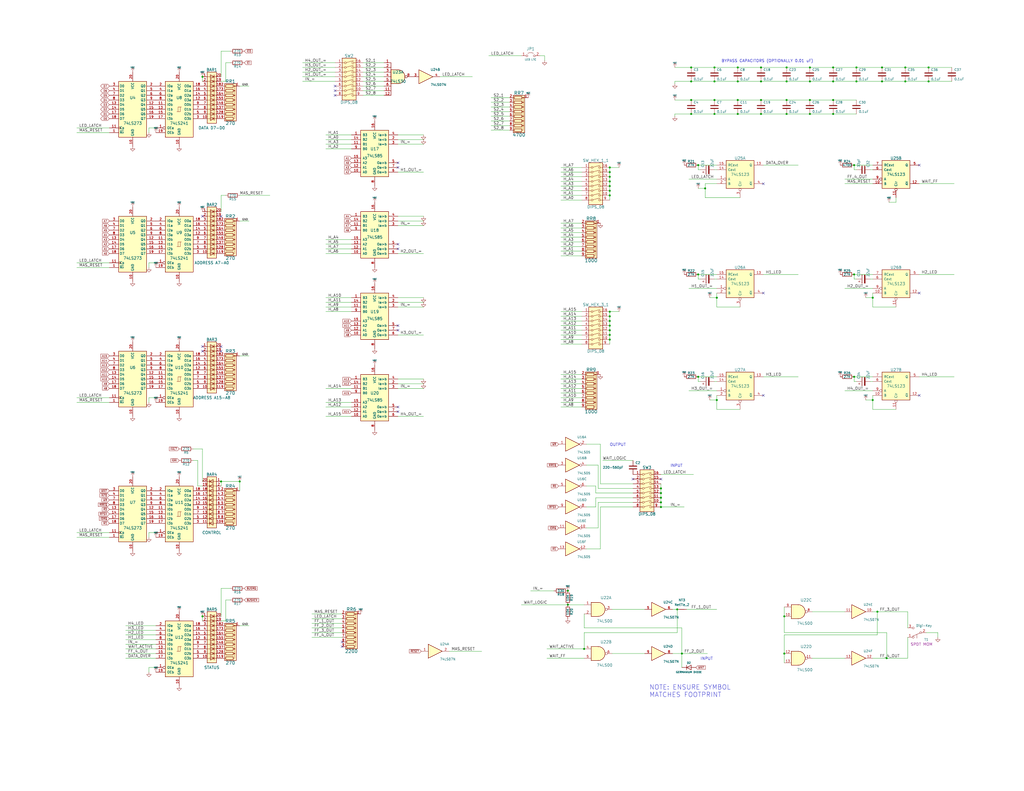
<source format=kicad_sch>
(kicad_sch (version 20211123) (generator eeschema)
  (paper "C")
  (junction (at 309.88 322.58))
  (junction (at 332.74 93.98))
  (junction (at 483.87 359.41))
  (junction (at 466.09 90.17))
  (junction (at 332.74 182.88))
  (junction (at 415.29 62.23))
  (junction (at 402.59 44.45))
  (junction (at 494.03 44.45))
  (junction (at 332.74 172.72))
  (junction (at 441.96 36.83))
  (junction (at 332.74 180.34))
  (junction (at 360.68 274.32))
  (junction (at 377.19 44.45))
  (junction (at 318.77 354.33))
  (junction (at 391.16 162.56))
  (junction (at 415.29 54.61))
  (junction (at 372.11 356.87))
  (junction (at 381 149.86))
  (junction (at 402.59 36.83))
  (junction (at 130.81 262.89))
  (junction (at 381 90.17))
  (junction (at 454.66 54.61))
  (junction (at 454.66 62.23))
  (junction (at 429.26 54.61))
  (junction (at 402.59 62.23))
  (junction (at 389.89 36.83))
  (junction (at 476.25 218.44))
  (junction (at 332.74 175.26))
  (junction (at 481.33 36.83))
  (junction (at 427.99 336.55))
  (junction (at 506.73 44.45))
  (junction (at 441.96 54.61))
  (junction (at 360.68 271.78))
  (junction (at 478.79 334.01))
  (junction (at 332.74 106.68))
  (junction (at 389.89 62.23))
  (junction (at 332.74 99.06))
  (junction (at 389.89 54.61))
  (junction (at 415.29 44.45))
  (junction (at 377.19 54.61))
  (junction (at 120.65 262.89))
  (junction (at 332.74 185.42))
  (junction (at 466.09 205.74))
  (junction (at 506.73 36.83))
  (junction (at 441.96 44.45))
  (junction (at 332.74 170.18))
  (junction (at 467.36 44.45))
  (junction (at 389.89 44.45))
  (junction (at 467.36 36.83))
  (junction (at 429.26 44.45))
  (junction (at 476.25 162.56))
  (junction (at 415.29 36.83))
  (junction (at 391.16 218.44))
  (junction (at 377.19 62.23))
  (junction (at 384.81 102.87))
  (junction (at 494.03 36.83))
  (junction (at 309.88 330.2))
  (junction (at 360.68 266.7))
  (junction (at 441.96 62.23))
  (junction (at 481.33 44.45))
  (junction (at 360.68 276.86))
  (junction (at 381 205.74))
  (junction (at 332.74 96.52))
  (junction (at 454.66 44.45))
  (junction (at 466.09 149.86))
  (junction (at 332.74 91.44))
  (junction (at 377.19 36.83))
  (junction (at 429.26 62.23))
  (junction (at 360.68 269.24))
  (junction (at 402.59 54.61))
  (junction (at 454.66 36.83))
  (junction (at 427.99 356.87))
  (junction (at 332.74 177.8))
  (junction (at 110.49 41.91))
  (junction (at 332.74 101.6))
  (junction (at 369.57 332.74))
  (junction (at 429.26 36.83))
  (junction (at 332.74 104.14))
  (junction (at 110.49 336.55))
  (no_connect (at 345.44 261.62))
  (no_connect (at 120.65 189.23))
  (no_connect (at 182.88 46.99))
  (no_connect (at 182.88 49.53))
  (no_connect (at 110.49 189.23))
  (no_connect (at 217.17 224.79))
  (no_connect (at 501.65 160.02))
  (no_connect (at 501.65 215.9))
  (no_connect (at 217.17 91.44))
  (no_connect (at 120.65 118.11))
  (no_connect (at 416.56 160.02))
  (no_connect (at 217.17 177.8))
  (no_connect (at 110.49 191.77))
  (no_connect (at 217.17 88.9))
  (no_connect (at 186.69 353.06))
  (no_connect (at 416.56 100.33))
  (no_connect (at 120.65 191.77))
  (no_connect (at 360.68 261.62))
  (no_connect (at 182.88 52.07))
  (no_connect (at 416.56 215.9))
  (no_connect (at 217.17 222.25))
  (no_connect (at 217.17 180.34))
  (no_connect (at 110.49 118.11))
  (no_connect (at 501.65 90.17))
  (no_connect (at 186.69 350.52))
  (no_connect (at 217.17 133.35))
  (no_connect (at 217.17 135.89))
  (wire (pts (xy 466.09 152.4) (xy 466.09 149.86)))
  (wire (pts (xy 68.58 356.87) (xy 85.09 356.87)))
  (wire (pts (xy 306.07 209.55) (xy 317.5 209.55)))
  (wire (pts (xy 177.8 167.64) (xy 191.77 167.64)))
  (wire (pts (xy 494.03 36.83) (xy 506.73 36.83)))
  (wire (pts (xy 403.86 107.95) (xy 384.81 107.95)))
  (wire (pts (xy 466.09 149.86) (xy 476.25 149.86)))
  (wire (pts (xy 360.68 276.86) (xy 373.38 276.86)))
  (wire (pts (xy 327.66 242.57) (xy 327.66 264.16)))
  (wire (pts (xy 332.74 172.72) (xy 332.74 175.26)))
  (wire (pts (xy 332.74 182.88) (xy 332.74 185.42)))
  (wire (pts (xy 476.25 157.48) (xy 461.01 157.48)))
  (wire (pts (xy 325.12 276.86) (xy 320.04 276.86)))
  (wire (pts (xy 130.81 46.99) (xy 135.89 46.99)))
  (wire (pts (xy 306.07 222.25) (xy 317.5 222.25)))
  (wire (pts (xy 306.07 121.92) (xy 317.5 121.92)))
  (wire (pts (xy 85.09 217.17) (xy 81.28 217.17)))
  (wire (pts (xy 389.89 62.23) (xy 402.59 62.23)))
  (wire (pts (xy 368.3 36.83) (xy 377.19 36.83)))
  (wire (pts (xy 332.74 93.98) (xy 332.74 96.52)))
  (wire (pts (xy 478.79 334.01) (xy 495.3 334.01)))
  (wire (pts (xy 384.81 100.33) (xy 391.16 100.33)))
  (wire (pts (xy 476.25 218.44) (xy 476.25 215.9)))
  (wire (pts (xy 454.66 62.23) (xy 467.36 62.23)))
  (wire (pts (xy 59.69 219.71) (xy 41.91 219.71)))
  (wire (pts (xy 306.07 177.8) (xy 317.5 177.8)))
  (wire (pts (xy 318.77 354.33) (xy 318.77 345.44)))
  (wire (pts (xy 427.99 356.87) (xy 427.99 361.95)))
  (wire (pts (xy 186.69 335.28) (xy 170.18 335.28)))
  (wire (pts (xy 476.25 223.52) (xy 476.25 218.44)))
  (wire (pts (xy 120.65 27.94) (xy 125.73 27.94)))
  (wire (pts (xy 429.26 44.45) (xy 441.96 44.45)))
  (wire (pts (xy 306.07 207.01) (xy 317.5 207.01)))
  (wire (pts (xy 466.09 152.4) (xy 467.36 152.4)))
  (wire (pts (xy 454.66 36.83) (xy 467.36 36.83)))
  (wire (pts (xy 474.98 208.28) (xy 476.25 208.28)))
  (wire (pts (xy 165.1 34.29) (xy 182.88 34.29)))
  (wire (pts (xy 325.12 269.24) (xy 345.44 269.24)))
  (wire (pts (xy 186.69 337.82) (xy 170.18 337.82)))
  (wire (pts (xy 389.89 152.4) (xy 391.16 152.4)))
  (wire (pts (xy 68.58 351.79) (xy 85.09 351.79)))
  (wire (pts (xy 198.12 41.91) (xy 209.55 41.91)))
  (wire (pts (xy 147.32 106.68) (xy 130.81 106.68)))
  (wire (pts (xy 391.16 90.17) (xy 381 90.17)))
  (wire (pts (xy 320.04 288.29) (xy 326.39 288.29)))
  (wire (pts (xy 177.8 162.56) (xy 191.77 162.56)))
  (wire (pts (xy 120.65 262.89) (xy 130.81 262.89)))
  (wire (pts (xy 165.1 41.91) (xy 182.88 41.91)))
  (wire (pts (xy 217.17 167.64) (xy 231.14 167.64)))
  (wire (pts (xy 476.25 359.41) (xy 483.87 359.41)))
  (wire (pts (xy 466.09 205.74) (xy 476.25 205.74)))
  (wire (pts (xy 369.57 332.74) (xy 369.57 345.44)))
  (wire (pts (xy 209.55 49.53) (xy 198.12 49.53)))
  (wire (pts (xy 372.11 356.87) (xy 372.11 364.49)))
  (wire (pts (xy 441.96 36.83) (xy 454.66 36.83)))
  (wire (pts (xy 217.17 207.01) (xy 231.14 207.01)))
  (wire (pts (xy 306.07 137.16) (xy 317.5 137.16)))
  (wire (pts (xy 309.88 330.2) (xy 318.77 330.2)))
  (wire (pts (xy 360.68 274.32) (xy 360.68 276.86)))
  (wire (pts (xy 267.97 58.42) (xy 278.13 58.42)))
  (wire (pts (xy 177.8 212.09) (xy 191.77 212.09)))
  (wire (pts (xy 68.58 359.41) (xy 85.09 359.41)))
  (wire (pts (xy 318.77 342.9) (xy 372.11 342.9)))
  (wire (pts (xy 391.16 218.44) (xy 391.16 223.52)))
  (wire (pts (xy 391.16 167.64) (xy 403.86 167.64)))
  (wire (pts (xy 177.8 135.89) (xy 191.77 135.89)))
  (wire (pts (xy 415.29 62.23) (xy 429.26 62.23)))
  (wire (pts (xy 466.09 90.17) (xy 466.09 92.71)))
  (wire (pts (xy 476.25 167.64) (xy 476.25 162.56)))
  (wire (pts (xy 506.73 36.83) (xy 519.43 36.83)))
  (wire (pts (xy 325.12 265.43) (xy 325.12 269.24)))
  (wire (pts (xy 476.25 162.56) (xy 476.25 160.02)))
  (wire (pts (xy 298.45 354.33) (xy 318.77 354.33)))
  (wire (pts (xy 332.74 96.52) (xy 332.74 99.06)))
  (wire (pts (xy 506.73 44.45) (xy 519.43 44.45)))
  (wire (pts (xy 332.74 185.42) (xy 332.74 187.96)))
  (wire (pts (xy 177.8 165.1) (xy 191.77 165.1)))
  (wire (pts (xy 429.26 62.23) (xy 441.96 62.23)))
  (wire (pts (xy 318.77 342.9) (xy 318.77 335.28)))
  (wire (pts (xy 372.11 356.87) (xy 386.08 356.87)))
  (wire (pts (xy 501.65 205.74) (xy 520.7 205.74)))
  (wire (pts (xy 476.25 90.17) (xy 466.09 90.17)))
  (wire (pts (xy 332.74 106.68) (xy 332.74 109.22)))
  (wire (pts (xy 334.01 332.74) (xy 351.79 332.74)))
  (wire (pts (xy 402.59 44.45) (xy 415.29 44.45)))
  (wire (pts (xy 416.56 205.74) (xy 435.61 205.74)))
  (wire (pts (xy 81.28 217.17) (xy 81.28 219.71)))
  (wire (pts (xy 217.17 182.88) (xy 231.14 182.88)))
  (wire (pts (xy 328.93 251.46) (xy 345.44 251.46)))
  (wire (pts (xy 441.96 44.45) (xy 454.66 44.45)))
  (wire (pts (xy 306.07 109.22) (xy 317.5 109.22)))
  (wire (pts (xy 217.17 76.2) (xy 231.14 76.2)))
  (wire (pts (xy 334.01 356.87) (xy 351.79 356.87)))
  (wire (pts (xy 381 90.17) (xy 381 92.71)))
  (wire (pts (xy 377.19 54.61) (xy 389.89 54.61)))
  (wire (pts (xy 478.79 346.71) (xy 478.79 334.01)))
  (wire (pts (xy 326.39 274.32) (xy 345.44 274.32)))
  (wire (pts (xy 454.66 44.45) (xy 467.36 44.45)))
  (wire (pts (xy 415.29 44.45) (xy 429.26 44.45)))
  (wire (pts (xy 123.19 327.66) (xy 125.73 327.66)))
  (wire (pts (xy 123.19 44.45) (xy 123.19 34.29)))
  (wire (pts (xy 368.3 62.23) (xy 377.19 62.23)))
  (wire (pts (xy 59.69 217.17) (xy 41.91 217.17)))
  (wire (pts (xy 177.8 170.18) (xy 191.77 170.18)))
  (wire (pts (xy 381 92.71) (xy 382.27 92.71)))
  (wire (pts (xy 505.46 345.44) (xy 511.81 345.44)))
  (wire (pts (xy 59.69 290.83) (xy 41.91 290.83)))
  (wire (pts (xy 177.8 227.33) (xy 191.77 227.33)))
  (wire (pts (xy 110.49 265.43) (xy 107.95 265.43)))
  (wire (pts (xy 427.99 331.47) (xy 427.99 336.55)))
  (wire (pts (xy 381 205.74) (xy 391.16 205.74)))
  (wire (pts (xy 209.55 34.29) (xy 198.12 34.29)))
  (wire (pts (xy 130.81 262.89) (xy 130.81 267.97)))
  (wire (pts (xy 59.69 69.85) (xy 41.91 69.85)))
  (wire (pts (xy 325.12 271.78) (xy 325.12 276.86)))
  (wire (pts (xy 478.79 346.71) (xy 427.99 346.71)))
  (wire (pts (xy 332.74 104.14) (xy 332.74 106.68)))
  (wire (pts (xy 501.65 100.33) (xy 520.7 100.33)))
  (wire (pts (xy 217.17 138.43) (xy 231.14 138.43)))
  (wire (pts (xy 267.97 71.12) (xy 278.13 71.12)))
  (wire (pts (xy 120.65 265.43) (xy 120.65 262.89)))
  (wire (pts (xy 391.16 160.02) (xy 391.16 162.56)))
  (wire (pts (xy 59.69 72.39) (xy 41.91 72.39)))
  (wire (pts (xy 326.39 288.29) (xy 326.39 274.32)))
  (wire (pts (xy 381 208.28) (xy 381 205.74)))
  (wire (pts (xy 377.19 62.23) (xy 389.89 62.23)))
  (wire (pts (xy 130.81 194.31) (xy 135.89 194.31)))
  (wire (pts (xy 120.65 44.45) (xy 123.19 44.45)))
  (wire (pts (xy 266.7 30.48) (xy 284.48 30.48)))
  (wire (pts (xy 391.16 213.36) (xy 375.92 213.36)))
  (wire (pts (xy 306.07 214.63) (xy 317.5 214.63)))
  (wire (pts (xy 306.07 127) (xy 317.5 127)))
  (wire (pts (xy 332.74 91.44) (xy 332.74 93.98)))
  (wire (pts (xy 217.17 73.66) (xy 231.14 73.66)))
  (wire (pts (xy 466.09 208.28) (xy 466.09 205.74)))
  (wire (pts (xy 177.8 81.28) (xy 191.77 81.28)))
  (wire (pts (xy 441.96 62.23) (xy 454.66 62.23)))
  (wire (pts (xy 85.09 290.83) (xy 81.28 290.83)))
  (wire (pts (xy 360.68 264.16) (xy 360.68 266.7)))
  (wire (pts (xy 177.8 78.74) (xy 191.77 78.74)))
  (wire (pts (xy 107.95 251.46) (xy 105.41 251.46)))
  (wire (pts (xy 81.28 364.49) (xy 81.28 367.03)))
  (wire (pts (xy 284.48 330.2) (xy 309.88 330.2)))
  (wire (pts (xy 81.28 290.83) (xy 81.28 293.37)))
  (wire (pts (xy 476.25 218.44) (xy 472.44 218.44)))
  (wire (pts (xy 391.16 218.44) (xy 387.35 218.44)))
  (wire (pts (xy 85.09 364.49) (xy 81.28 364.49)))
  (wire (pts (xy 198.12 36.83) (xy 209.55 36.83)))
  (wire (pts (xy 483.87 359.41) (xy 483.87 345.44)))
  (wire (pts (xy 511.81 345.44) (xy 511.81 347.98)))
  (wire (pts (xy 466.09 92.71) (xy 467.36 92.71)))
  (wire (pts (xy 332.74 99.06) (xy 332.74 101.6)))
  (wire (pts (xy 391.16 332.74) (xy 374.65 332.74)))
  (wire (pts (xy 381 152.4) (xy 381 149.86)))
  (wire (pts (xy 306.07 182.88) (xy 317.5 182.88)))
  (wire (pts (xy 186.69 347.98) (xy 170.18 347.98)))
  (wire (pts (xy 481.33 36.83) (xy 494.03 36.83)))
  (wire (pts (xy 177.8 73.66) (xy 191.77 73.66)))
  (wire (pts (xy 474.98 152.4) (xy 476.25 152.4)))
  (wire (pts (xy 165.1 44.45) (xy 182.88 44.45)))
  (wire (pts (xy 391.16 215.9) (xy 391.16 218.44)))
  (wire (pts (xy 466.09 208.28) (xy 467.36 208.28)))
  (wire (pts (xy 429.26 36.83) (xy 441.96 36.83)))
  (wire (pts (xy 177.8 222.25) (xy 191.77 222.25)))
  (wire (pts (xy 389.89 92.71) (xy 391.16 92.71)))
  (wire (pts (xy 59.69 143.51) (xy 41.91 143.51)))
  (wire (pts (xy 59.69 293.37) (xy 41.91 293.37)))
  (wire (pts (xy 476.25 334.01) (xy 478.79 334.01)))
  (wire (pts (xy 306.07 132.08) (xy 317.5 132.08)))
  (wire (pts (xy 68.58 349.25) (xy 85.09 349.25)))
  (wire (pts (xy 217.17 118.11) (xy 231.14 118.11)))
  (wire (pts (xy 81.28 69.85) (xy 85.09 69.85)))
  (wire (pts (xy 306.07 99.06) (xy 317.5 99.06)))
  (wire (pts (xy 415.29 36.83) (xy 429.26 36.83)))
  (wire (pts (xy 198.12 52.07) (xy 209.55 52.07)))
  (wire (pts (xy 384.81 102.87) (xy 381 102.87)))
  (wire (pts (xy 306.07 104.14) (xy 317.5 104.14)))
  (wire (pts (xy 120.65 336.55) (xy 120.65 321.31)))
  (wire (pts (xy 68.58 346.71) (xy 85.09 346.71)))
  (wire (pts (xy 427.99 336.55) (xy 427.99 345.44)))
  (wire (pts (xy 306.07 185.42) (xy 317.5 185.42)))
  (wire (pts (xy 495.3 342.9) (xy 495.3 334.01)))
  (wire (pts (xy 306.07 180.34) (xy 317.5 180.34)))
  (wire (pts (xy 368.3 63.5) (xy 368.3 62.23)))
  (wire (pts (xy 306.07 129.54) (xy 317.5 129.54)))
  (wire (pts (xy 306.07 217.17) (xy 317.5 217.17)))
  (wire (pts (xy 217.17 212.09) (xy 231.14 212.09)))
  (wire (pts (xy 377.19 44.45) (xy 389.89 44.45)))
  (wire (pts (xy 326.39 266.7) (xy 326.39 254)))
  (wire (pts (xy 367.03 332.74) (xy 369.57 332.74)))
  (wire (pts (xy 488.95 223.52) (xy 476.25 223.52)))
  (wire (pts (xy 483.87 359.41) (xy 495.3 359.41)))
  (wire (pts (xy 198.12 46.99) (xy 209.55 46.99)))
  (wire (pts (xy 377.19 36.83) (xy 389.89 36.83)))
  (wire (pts (xy 120.65 339.09) (xy 123.19 339.09)))
  (wire (pts (xy 298.45 359.41) (xy 318.77 359.41)))
  (wire (pts (xy 267.97 63.5) (xy 278.13 63.5)))
  (wire (pts (xy 177.8 133.35) (xy 191.77 133.35)))
  (wire (pts (xy 381 152.4) (xy 382.27 152.4)))
  (wire (pts (xy 186.69 340.36) (xy 170.18 340.36)))
  (wire (pts (xy 454.66 54.61) (xy 467.36 54.61)))
  (wire (pts (xy 384.81 102.87) (xy 384.81 100.33)))
  (wire (pts (xy 320.04 299.72) (xy 327.66 299.72)))
  (wire (pts (xy 217.17 123.19) (xy 231.14 123.19)))
  (wire (pts (xy 81.28 143.51) (xy 81.28 146.05)))
  (wire (pts (xy 217.17 227.33) (xy 231.14 227.33)))
  (wire (pts (xy 267.97 68.58) (xy 278.13 68.58)))
  (wire (pts (xy 105.41 245.11) (xy 110.49 245.11)))
  (wire (pts (xy 332.74 101.6) (xy 332.74 104.14)))
  (wire (pts (xy 306.07 124.46) (xy 317.5 124.46)))
  (wire (pts (xy 402.59 36.83) (xy 415.29 36.83)))
  (wire (pts (xy 110.49 41.91) (xy 110.49 44.45)))
  (wire (pts (xy 415.29 54.61) (xy 429.26 54.61)))
  (wire (pts (xy 186.69 345.44) (xy 170.18 345.44)))
  (wire (pts (xy 345.44 266.7) (xy 326.39 266.7)))
  (wire (pts (xy 59.69 146.05) (xy 41.91 146.05)))
  (wire (pts (xy 217.17 165.1) (xy 231.14 165.1)))
  (wire (pts (xy 306.07 219.71) (xy 317.5 219.71)))
  (wire (pts (xy 360.68 271.78) (xy 360.68 274.32)))
  (wire (pts (xy 416.56 149.86) (xy 435.61 149.86)))
  (wire (pts (xy 177.8 76.2) (xy 191.77 76.2)))
  (wire (pts (xy 476.25 162.56) (xy 472.44 162.56)))
  (wire (pts (xy 391.16 223.52) (xy 403.86 223.52)))
  (wire (pts (xy 391.16 162.56) (xy 387.35 162.56)))
  (wire (pts (xy 177.8 130.81) (xy 191.77 130.81)))
  (wire (pts (xy 120.65 115.57) (xy 120.65 106.68)))
  (wire (pts (xy 165.1 39.37) (xy 182.88 39.37)))
  (wire (pts (xy 306.07 101.6) (xy 317.5 101.6)))
  (wire (pts (xy 389.89 54.61) (xy 402.59 54.61)))
  (wire (pts (xy 367.03 356.87) (xy 372.11 356.87)))
  (wire (pts (xy 369.57 345.44) (xy 318.77 345.44)))
  (wire (pts (xy 306.07 134.62) (xy 317.5 134.62)))
  (wire (pts (xy 402.59 62.23) (xy 415.29 62.23)))
  (wire (pts (xy 391.16 162.56) (xy 391.16 167.64)))
  (wire (pts (xy 488.95 110.49) (xy 488.95 107.95)))
  (wire (pts (xy 345.44 271.78) (xy 325.12 271.78)))
  (wire (pts (xy 391.16 97.79) (xy 375.92 97.79)))
  (wire (pts (xy 332.74 180.34) (xy 332.74 182.88)))
  (wire (pts (xy 217.17 209.55) (xy 231.14 209.55)))
  (wire (pts (xy 130.81 120.65) (xy 135.89 120.65)))
  (wire (pts (xy 488.95 110.49) (xy 485.14 110.49)))
  (wire (pts (xy 389.89 44.45) (xy 402.59 44.45)))
  (wire (pts (xy 481.33 44.45) (xy 494.03 44.45)))
  (wire (pts (xy 306.07 187.96) (xy 317.5 187.96)))
  (wire (pts (xy 209.55 39.37) (xy 198.12 39.37)))
  (wire (pts (xy 372.11 342.9) (xy 372.11 356.87)))
  (wire (pts (xy 476.25 213.36) (xy 461.01 213.36)))
  (wire (pts (xy 306.07 172.72) (xy 317.5 172.72)))
  (wire (pts (xy 177.8 219.71) (xy 191.77 219.71)))
  (wire (pts (xy 360.68 269.24) (xy 360.68 271.78)))
  (wire (pts (xy 389.89 36.83) (xy 402.59 36.83)))
  (wire (pts (xy 262.89 355.6) (xy 245.11 355.6)))
  (wire (pts (xy 306.07 96.52) (xy 317.5 96.52)))
  (wire (pts (xy 306.07 212.09) (xy 317.5 212.09)))
  (wire (pts (xy 391.16 157.48) (xy 375.92 157.48)))
  (wire (pts (xy 85.09 143.51) (xy 81.28 143.51)))
  (wire (pts (xy 429.26 54.61) (xy 441.96 54.61)))
  (wire (pts (xy 120.65 321.31) (xy 125.73 321.31)))
  (wire (pts (xy 476.25 97.79) (xy 461.01 97.79)))
  (wire (pts (xy 68.58 354.33) (xy 85.09 354.33)))
  (wire (pts (xy 81.28 72.39) (xy 81.28 69.85)))
  (wire (pts (xy 360.68 259.08) (xy 378.46 259.08)))
  (wire (pts (xy 345.44 276.86) (xy 327.66 276.86)))
  (wire (pts (xy 483.87 345.44) (xy 427.99 345.44)))
  (wire (pts (xy 306.07 170.18) (xy 317.5 170.18)))
  (wire (pts (xy 332.74 170.18) (xy 332.74 172.72)))
  (wire (pts (xy 306.07 91.44) (xy 317.5 91.44)))
  (wire (pts (xy 368.3 54.61) (xy 377.19 54.61)))
  (wire (pts (xy 120.65 106.68) (xy 123.19 106.68)))
  (wire (pts (xy 368.3 44.45) (xy 368.3 45.72)))
  (wire (pts (xy 332.74 177.8) (xy 332.74 180.34)))
  (wire (pts (xy 306.07 93.98) (xy 317.5 93.98)))
  (wire (pts (xy 416.56 90.17) (xy 435.61 90.17)))
  (wire (pts (xy 267.97 53.34) (xy 278.13 53.34)))
  (wire (pts (xy 427.99 346.71) (xy 427.99 356.87)))
  (wire (pts (xy 110.49 336.55) (xy 110.49 339.09)))
  (wire (pts (xy 327.66 276.86) (xy 327.66 299.72)))
  (wire (pts (xy 332.74 175.26) (xy 332.74 177.8)))
  (wire (pts (xy 297.18 33.02) (xy 297.18 30.48)))
  (wire (pts (xy 306.07 106.68) (xy 317.5 106.68)))
  (wire (pts (xy 217.17 78.74) (xy 231.14 78.74)))
  (wire (pts (xy 267.97 66.04) (xy 278.13 66.04)))
  (wire (pts (xy 441.96 54.61) (xy 454.66 54.61)))
  (wire (pts (xy 501.65 149.86) (xy 520.7 149.86)))
  (wire (pts (xy 123.19 34.29) (xy 125.73 34.29)))
  (wire (pts (xy 217.17 93.98) (xy 231.14 93.98)))
  (wire (pts (xy 368.3 44.45) (xy 377.19 44.45)))
  (wire (pts (xy 326.39 254) (xy 320.04 254)))
  (wire (pts (xy 389.89 208.28) (xy 391.16 208.28)))
  (wire (pts (xy 217.17 162.56) (xy 231.14 162.56)))
  (wire (pts (xy 110.49 245.11) (xy 110.49 262.89)))
  (wire (pts (xy 302.26 322.58) (xy 289.56 322.58)))
  (wire (pts (xy 186.69 342.9) (xy 170.18 342.9)))
  (wire (pts (xy 320.04 265.43) (xy 325.12 265.43)))
  (wire (pts (xy 443.23 359.41) (xy 461.01 359.41)))
  (wire (pts (xy 332.74 170.18) (xy 337.82 170.18)))
  (wire (pts (xy 306.07 204.47) (xy 317.5 204.47)))
  (wire (pts (xy 443.23 334.01) (xy 461.01 334.01)))
  (wire (pts (xy 107.95 265.43) (xy 107.95 251.46)))
  (wire (pts (xy 360.68 266.7) (xy 360.68 269.24)))
  (wire (pts (xy 217.17 120.65) (xy 231.14 120.65)))
  (wire (pts (xy 402.59 54.61) (xy 415.29 54.61)))
  (wire (pts (xy 306.07 139.7) (xy 317.5 139.7)))
  (wire (pts (xy 209.55 44.45) (xy 198.12 44.45)))
  (wire (pts (xy 474.98 92.71) (xy 476.25 92.71)))
  (wire (pts (xy 68.58 341.63) (xy 85.09 341.63)))
  (wire (pts (xy 384.81 102.87) (xy 384.81 107.95)))
  (wire (pts (xy 306.07 175.26) (xy 317.5 175.26)))
  (wire (pts (xy 381 149.86) (xy 391.16 149.86)))
  (wire (pts (xy 68.58 344.17) (xy 85.09 344.17)))
  (wire (pts (xy 267.97 60.96) (xy 278.13 60.96)))
  (wire (pts (xy 297.18 30.48) (xy 294.64 30.48)))
  (wire (pts (xy 467.36 44.45) (xy 481.33 44.45)))
  (wire (pts (xy 467.36 36.83) (xy 481.33 36.83)))
  (wire (pts (xy 332.74 91.44) (xy 337.82 91.44)))
  (wire (pts (xy 123.19 339.09) (xy 123.19 327.66)))
  (wire (pts (xy 327.66 264.16) (xy 345.44 264.16)))
  (wire (pts (xy 240.03 41.91) (xy 257.81 41.91)))
  (wire (pts (xy 488.95 167.64) (xy 476.25 167.64)))
  (wire (pts (xy 320.04 242.57) (xy 327.66 242.57)))
  (wire (pts (xy 381 208.28) (xy 382.27 208.28)))
  (wire (pts (xy 267.97 55.88) (xy 278.13 55.88)))
  (wire (pts (xy 130.81 341.63) (xy 135.89 341.63)))
  (wire (pts (xy 495.3 359.41) (xy 495.3 347.98)))
  (wire (pts (xy 476.25 100.33) (xy 461.01 100.33)))
  (wire (pts (xy 177.8 138.43) (xy 191.77 138.43)))
  (wire (pts (xy 165.1 36.83) (xy 182.88 36.83)))
  (wire (pts (xy 120.65 41.91) (xy 120.65 27.94)))
  (wire (pts (xy 494.03 44.45) (xy 506.73 44.45)))
  (text "OUTPUT" (at 332.74 243.84 0) (effects (font (size 1.524 1.524)) (justify left bottom)))
  (text "INPUT" (at 382.27 360.68 0) (effects (font (size 1.524 1.524)) (justify left bottom)))
  (text "NOTE: ENSURE SYMBOL\nMATCHES FOOTPRINT" (at 354.33 381 0) (effects (font (size 2.54 2.54)) (justify left bottom)))
  (text "BYPASS CAPACITORS (OPTIONALLY 0.01 uF)" (at 393.7 34.29 0) (effects (font (size 1.524 1.524)) (justify left bottom)))
  (text "INPUT" (at 365.76 255.27 0) (effects (font (size 1.524 1.524)) (justify left bottom)))
  (label "IN_=" (at 69.85 351.79 0) (effects (font (size 1.524 1.524))))
  (label "FF_2_OUT" (at 373.38 356.87 0) (effects (font (size 1.524 1.524))))
  (label "GND" (at 132.08 341.63 0) (effects (font (size 1.016 1.016))))
  (label "GND" (at 132.08 194.31 0) (effects (font (size 1.016 1.016))))
  (label "LED_LATCH" (at 43.18 69.85 0) (effects (font (size 1.524 1.524))))
  (label "H_A7" (at 179.07 135.89 0) (effects (font (size 1.524 1.524))))
  (label "FF_1_OUT" (at 171.45 340.36 0) (effects (font (size 1.524 1.524))))
  (label "H4_LED" (at 69.85 341.63 0) (effects (font (size 1.524 1.524))))
  (label "H_A13" (at 307.34 175.26 0) (effects (font (size 1.524 1.524))))
  (label "H4_OUT_=" (at 218.44 227.33 0) (effects (font (size 1.524 1.524))))
  (label "H_A0" (at 179.07 76.2 0) (effects (font (size 1.524 1.524))))
  (label "FF_4_OUT" (at 69.85 356.87 0) (effects (font (size 1.524 1.524))))
  (label "H_A0" (at 307.34 109.22 0) (effects (font (size 1.524 1.524))))
  (label "H2_OUT_=" (at 218.44 138.43 0) (effects (font (size 1.524 1.524))))
  (label "MAS_RESET" (at 462.28 100.33 0) (effects (font (size 1.524 1.524))))
  (label "H_A14" (at 307.34 172.72 0) (effects (font (size 1.524 1.524))))
  (label "S2_6" (at 199.39 46.99 0) (effects (font (size 1.524 1.524))))
  (label "H_A5" (at 179.07 133.35 0) (effects (font (size 1.524 1.524))))
  (label "H_A11" (at 307.34 180.34 0) (effects (font (size 1.524 1.524))))
  (label "H_A12" (at 307.34 177.8 0) (effects (font (size 1.524 1.524))))
  (label "H_A9" (at 307.34 219.71 0) (effects (font (size 1.524 1.524))))
  (label "H2_LED" (at 69.85 346.71 0) (effects (font (size 1.524 1.524))))
  (label "H_A15" (at 179.07 227.33 0) (effects (font (size 1.524 1.524))))
  (label "S2_1" (at 269.24 53.34 0) (effects (font (size 1.524 1.524))))
  (label "H_A10" (at 307.34 217.17 0) (effects (font (size 1.524 1.524))))
  (label "H3_LED" (at 417.83 205.74 0) (effects (font (size 1.524 1.524))))
  (label "GND" (at 132.08 120.65 0) (effects (font (size 1.016 1.016))))
  (label "S2_4" (at 269.24 60.96 0) (effects (font (size 1.524 1.524))))
  (label "S2_5" (at 269.24 63.5 0) (effects (font (size 1.524 1.524))))
  (label "GND" (at 132.08 46.99 0) (effects (font (size 1.016 1.016))))
  (label "H_A11" (at 307.34 214.63 0) (effects (font (size 1.524 1.524))))
  (label "DATA_OVER" (at 69.85 359.41 0) (effects (font (size 1.524 1.524))))
  (label "H2_LED" (at 502.92 149.86 0) (effects (font (size 1.524 1.524))))
  (label "S2_4" (at 199.39 41.91 0) (effects (font (size 1.524 1.524))))
  (label "S2_7" (at 269.24 68.58 0) (effects (font (size 1.524 1.524))))
  (label "H_A6" (at 179.07 138.43 0) (effects (font (size 1.524 1.524))))
  (label "LED_LATCH" (at 43.18 290.83 0) (effects (font (size 1.524 1.524))))
  (label "H_A1" (at 307.34 137.16 0) (effects (font (size 1.524 1.524))))
  (label "WAIT_ACTIVE" (at 69.85 354.33 0) (effects (font (size 1.524 1.524))))
  (label "FF_3_OUT" (at 480.06 334.01 0) (effects (font (size 1.524 1.524))))
  (label "H_A2" (at 179.07 81.28 0) (effects (font (size 1.524 1.524))))
  (label "H_A6" (at 307.34 93.98 0) (effects (font (size 1.524 1.524))))
  (label "S2_2" (at 199.39 36.83 0) (effects (font (size 1.524 1.524))))
  (label "H_A15" (at 307.34 170.18 0) (effects (font (size 1.524 1.524))))
  (label "H_A1" (at 307.34 106.68 0) (effects (font (size 1.524 1.524))))
  (label "S2_2" (at 269.24 55.88 0) (effects (font (size 1.524 1.524))))
  (label "FF_1_OUT" (at 377.19 332.74 0) (effects (font (size 1.524 1.524))))
  (label "MAS_RESET" (at 43.18 146.05 0) (effects (font (size 1.524 1.524))))
  (label "H_A5" (at 307.34 96.52 0) (effects (font (size 1.524 1.524))))
  (label "H_A7" (at 307.34 121.92 0) (effects (font (size 1.524 1.524))))
  (label "IN_=" (at 166.37 44.45 0) (effects (font (size 1.524 1.524))))
  (label "S2_3" (at 269.24 58.42 0) (effects (font (size 1.524 1.524))))
  (label "H3_OUT_=" (at 218.44 182.88 0) (effects (font (size 1.524 1.524))))
  (label "H_A2" (at 307.34 134.62 0) (effects (font (size 1.524 1.524))))
  (label "H_A5" (at 307.34 127 0) (effects (font (size 1.524 1.524))))
  (label "H_A8" (at 307.34 187.96 0) (effects (font (size 1.524 1.524))))
  (label "S2_8" (at 269.24 71.12 0) (effects (font (size 1.524 1.524))))
  (label "IN_=" (at 218.44 123.19 0) (effects (font (size 1.524 1.524))))
  (label "S2_5" (at 199.39 44.45 0) (effects (font (size 1.524 1.524))))
  (label "H_A0" (at 307.34 139.7 0) (effects (font (size 1.524 1.524))))
  (label "H1_OUT_=" (at 377.19 157.48 0) (effects (font (size 1.524 1.524))))
  (label "MAS_RESET" (at 43.18 293.37 0) (effects (font (size 1.524 1.524))))
  (label "IN_=" (at 290.83 322.58 0) (effects (font (size 1.524 1.524))))
  (label "H1_OUT_=" (at 166.37 41.91 0) (effects (font (size 1.524 1.524))))
  (label "S2_3" (at 199.39 39.37 0) (effects (font (size 1.524 1.524))))
  (label "H_A1" (at 179.07 73.66 0) (effects (font (size 1.524 1.524))))
  (label "H1_LED" (at 69.85 349.25 0) (effects (font (size 1.524 1.524))))
  (label "MAS_RESET" (at 171.45 335.28 0) (effects (font (size 1.524 1.524))))
  (label "H_A10" (at 307.34 182.88 0) (effects (font (size 1.524 1.524))))
  (label "LED_LATCH" (at 361.95 259.08 0) (effects (font (size 1.524 1.524))))
  (label "H1_LED" (at 417.83 149.86 0) (effects (font (size 1.524 1.524))))
  (label "H2_OUT_=" (at 462.28 157.48 0) (effects (font (size 1.524 1.524))))
  (label "IN_=" (at 365.76 276.86 0) (effects (font (size 1.524 1.524))))
  (label "LED_LATCH" (at 43.18 217.17 0) (effects (font (size 1.524 1.524))))
  (label "MAS_RESET" (at 43.18 72.39 0) (effects (font (size 1.524 1.524))))
  (label "H_A4" (at 307.34 99.06 0) (effects (font (size 1.524 1.524))))
  (label "WAIT_ACTIVE" (at 299.72 354.33 0) (effects (font (size 1.524 1.524))))
  (label "H_A2" (at 307.34 104.14 0) (effects (font (size 1.524 1.524))))
  (label "H_A13" (at 307.34 209.55 0) (effects (font (size 1.524 1.524))))
  (label "H_A10" (at 179.07 162.56 0) (effects (font (size 1.524 1.524))))
  (label "H_A9" (at 179.07 167.64 0) (effects (font (size 1.524 1.524))))
  (label "LED_LATCH" (at 43.18 143.51 0) (effects (font (size 1.524 1.524))))
  (label "H_A3" (at 307.34 101.6 0) (effects (font (size 1.524 1.524))))
  (label "WAIT_FF" (at 502.92 100.33 0) (effects (font (size 1.524 1.524))))
  (label "H_A11" (at 179.07 165.1 0) (effects (font (size 1.524 1.524))))
  (label "FF_4_OUT" (at 480.06 359.41 0) (effects (font (size 1.524 1.524))))
  (label "S2_8" (at 199.39 52.07 0) (effects (font (size 1.524 1.524))))
  (label "FF_2_OUT" (at 171.45 342.9 0) (effects (font (size 1.524 1.524))))
  (label "H4_OUT_=" (at 166.37 34.29 0) (effects (font (size 1.524 1.524))))
  (label "H_A7" (at 307.34 91.44 0) (effects (font (size 1.524 1.524))))
  (label "MAS_RESET" (at 246.38 355.6 0) (effects (font (size 1.524 1.524))))
  (label "H3_OUT_=" (at 166.37 36.83 0) (effects (font (size 1.524 1.524))))
  (label "LED_LATCH" (at 171.45 337.82 0) (effects (font (size 1.524 1.524))))
  (label "H_A13" (at 179.07 219.71 0) (effects (font (size 1.524 1.524))))
  (label "WAIT_LOGIC" (at 328.93 251.46 0) (effects (font (size 1.524 1.524))))
  (label "H_A8" (at 307.34 222.25 0) (effects (font (size 1.524 1.524))))
  (label "LED_LATCH" (at 267.97 30.48 0) (effects (font (size 1.524 1.524))))
  (label "H4_LED" (at 502.92 205.74 0) (effects (font (size 1.524 1.524))))
  (label "H_A8" (at 179.07 170.18 0) (effects (font (size 1.524 1.524))))
  (label "H_A12" (at 307.34 212.09 0) (effects (font (size 1.524 1.524))))
  (label "H3_LED" (at 69.85 344.17 0) (effects (font (size 1.524 1.524))))
  (label "H_A15" (at 307.34 204.47 0) (effects (font (size 1.524 1.524))))
  (label "LED_LATCH" (at 377.19 97.79 0) (effects (font (size 1.524 1.524))))
  (label "H_A4" (at 307.34 129.54 0) (effects (font (size 1.524 1.524))))
  (label "IN_=" (at 218.44 212.09 0) (effects (font (size 1.524 1.524))))
  (label "S2_1" (at 199.39 34.29 0) (effects (font (size 1.524 1.524))))
  (label "FF_4_OUT" (at 462.28 97.79 0) (effects (font (size 1.524 1.524))))
  (label "H_A12" (at 179.07 222.25 0) (effects (font (size 1.524 1.524))))
  (label "H_A14" (at 307.34 207.01 0) (effects (font (size 1.524 1.524))))
  (label "FF_3_OUT" (at 171.45 345.44 0) (effects (font (size 1.524 1.524))))
  (label "H_A4" (at 179.07 130.81 0) (effects (font (size 1.524 1.524))))
  (label "WAIT_LOGIC" (at 285.75 330.2 0) (effects (font (size 1.524 1.524))))
  (label "H_A9" (at 307.34 185.42 0) (effects (font (size 1.524 1.524))))
  (label "H4_OUT_=" (at 462.28 213.36 0) (effects (font (size 1.524 1.524))))
  (label "H_A6" (at 307.34 124.46 0) (effects (font (size 1.524 1.524))))
  (label "MAS_RESET" (at 130.81 106.68 0) (effects (font (size 1.524 1.524))))
  (label "S2_6" (at 269.24 66.04 0) (effects (font (size 1.524 1.524))))
  (label "MAS_RESET" (at 43.18 219.71 0) (effects (font (size 1.524 1.524))))
  (label "DATA_OVER" (at 417.83 90.17 0) (effects (font (size 1.524 1.524))))
  (label "IN_=" (at 218.44 167.64 0) (effects (font (size 1.524 1.524))))
  (label "IN_=" (at 218.44 78.74 0) (effects (font (size 1.524 1.524))))
  (label "WAIT_FF" (at 299.72 359.41 0) (effects (font (size 1.524 1.524))))
  (label "H_A3" (at 179.07 78.74 0) (effects (font (size 1.524 1.524))))
  (label "H3_OUT_=" (at 377.19 213.36 0) (effects (font (size 1.524 1.524))))
  (label "H1_OUT_=" (at 218.44 93.98 0) (effects (font (size 1.524 1.524))))
  (label "H2_OUT_=" (at 166.37 39.37 0) (effects (font (size 1.524 1.524))))
  (label "LED_LATCH" (at 241.3 41.91 0) (effects (font (size 1.524 1.524))))
  (label "H_A14" (at 179.07 212.09 0) (effects (font (size 1.524 1.524))))
  (label "S2_7" (at 199.39 49.53 0) (effects (font (size 1.524 1.524))))
  (label "FF_4_OUT" (at 171.45 347.98 0) (effects (font (size 1.524 1.524))))
  (label "H_A3" (at 307.34 132.08 0) (effects (font (size 1.524 1.524))))
  (global_label "A8" (shape input) (at 59.69 212.09 180) (effects (font (size 1.016 1.016))) (property "Intersheet References" "${INTERSHEET_REFS}" (effects hide)))
  (global_label "A4" (shape input) (at 59.69 128.27 180) (effects (font (size 1.016 1.016))) (property "Intersheet References" "${INTERSHEET_REFS}" (effects hide)))
  (global_label "~{RD}" (shape input) (at 59.69 278.13 180) (effects (font (size 1.016 1.016))) (property "Intersheet References" "${INTERSHEET_REFS}" (effects hide)))
  (global_label "~{IEI}" (shape input) (at 133.35 34.29 0) (effects (font (size 1.016 1.016))) (property "Intersheet References" "${INTERSHEET_REFS}" (effects hide)))
  (global_label "~{NMI}" (shape input) (at 97.79 251.46 180) (effects (font (size 1.016 1.016))) (property "Intersheet References" "${INTERSHEET_REFS}" (effects hide)))
  (global_label "D7" (shape bidirectional) (at 59.69 46.99 180) (effects (font (size 1.016 1.016))) (property "Intersheet References" "${INTERSHEET_REFS}" (effects hide)))
  (global_label "A7" (shape input) (at 59.69 120.65 180) (effects (font (size 1.016 1.016))) (property "Intersheet References" "${INTERSHEET_REFS}" (effects hide)))
  (global_label "A11" (shape input) (at 59.69 204.47 180) (effects (font (size 1.016 1.016))) (property "Intersheet References" "${INTERSHEET_REFS}" (effects hide)))
  (global_label "D2" (shape bidirectional) (at 59.69 59.69 180) (effects (font (size 1.016 1.016))) (property "Intersheet References" "${INTERSHEET_REFS}" (effects hide)))
  (global_label "D3" (shape bidirectional) (at 59.69 57.15 180) (effects (font (size 1.016 1.016))) (property "Intersheet References" "${INTERSHEET_REFS}" (effects hide)))
  (global_label "~{M1}" (shape input) (at 304.8 299.72 180) (effects (font (size 1.016 1.016))) (property "Intersheet References" "${INTERSHEET_REFS}" (effects hide)))
  (global_label "D4" (shape bidirectional) (at 59.69 54.61 180) (effects (font (size 1.016 1.016))) (property "Intersheet References" "${INTERSHEET_REFS}" (effects hide)))
  (global_label "~{MREQ}" (shape input) (at 304.8 254 180) (effects (font (size 1.016 1.016))) (property "Intersheet References" "${INTERSHEET_REFS}" (effects hide)))
  (global_label "D1" (shape bidirectional) (at 59.69 62.23 180) (effects (font (size 1.016 1.016))) (property "Intersheet References" "${INTERSHEET_REFS}" (effects hide)))
  (global_label "~{IEO}" (shape input) (at 133.35 27.94 0) (effects (font (size 1.016 1.016))) (property "Intersheet References" "${INTERSHEET_REFS}" (effects hide)))
  (global_label "~{WAIT}" (shape input) (at 379.73 364.49 0) (effects (font (size 1.016 1.016))) (property "Intersheet References" "${INTERSHEET_REFS}" (effects hide)))
  (global_label "A14" (shape input) (at 191.77 224.79 180) (effects (font (size 1.016 1.016))) (property "Intersheet References" "${INTERSHEET_REFS}" (effects hide)))
  (global_label "A11" (shape input) (at 191.77 177.8 180) (effects (font (size 1.016 1.016))) (property "Intersheet References" "${INTERSHEET_REFS}" (effects hide)))
  (global_label "A4" (shape input) (at 191.77 118.11 180) (effects (font (size 1.016 1.016))) (property "Intersheet References" "${INTERSHEET_REFS}" (effects hide)))
  (global_label "D5" (shape bidirectional) (at 59.69 52.07 180) (effects (font (size 1.016 1.016))) (property "Intersheet References" "${INTERSHEET_REFS}" (effects hide)))
  (global_label "A14" (shape input) (at 59.69 196.85 180) (effects (font (size 1.016 1.016))) (property "Intersheet References" "${INTERSHEET_REFS}" (effects hide)))
  (global_label "A12" (shape input) (at 59.69 201.93 180) (effects (font (size 1.016 1.016))) (property "Intersheet References" "${INTERSHEET_REFS}" (effects hide)))
  (global_label "A15" (shape input) (at 191.77 214.63 180) (effects (font (size 1.016 1.016))) (property "Intersheet References" "${INTERSHEET_REFS}" (effects hide)))
  (global_label "A5" (shape input) (at 191.77 120.65 180) (effects (font (size 1.016 1.016))) (property "Intersheet References" "${INTERSHEET_REFS}" (effects hide)))
  (global_label "A10" (shape input) (at 191.77 175.26 180) (effects (font (size 1.016 1.016))) (property "Intersheet References" "${INTERSHEET_REFS}" (effects hide)))
  (global_label "A6" (shape input) (at 59.69 123.19 180) (effects (font (size 1.016 1.016))) (property "Intersheet References" "${INTERSHEET_REFS}" (effects hide)))
  (global_label "A5" (shape input) (at 59.69 125.73 180) (effects (font (size 1.016 1.016))) (property "Intersheet References" "${INTERSHEET_REFS}" (effects hide)))
  (global_label "~{IORQ}" (shape input) (at 59.69 283.21 180) (effects (font (size 1.016 1.016))) (property "Intersheet References" "${INTERSHEET_REFS}" (effects hide)))
  (global_label "~{RFSH}" (shape input) (at 304.8 276.86 180) (effects (font (size 1.016 1.016))) (property "Intersheet References" "${INTERSHEET_REFS}" (effects hide)))
  (global_label "~{WR}" (shape input) (at 304.8 242.57 180) (effects (font (size 1.016 1.016))) (property "Intersheet References" "${INTERSHEET_REFS}" (effects hide)))
  (global_label "~{M1}" (shape input) (at 59.69 285.75 180) (effects (font (size 1.016 1.016))) (property "Intersheet References" "${INTERSHEET_REFS}" (effects hide)))
  (global_label "A0" (shape input) (at 191.77 88.9 180) (effects (font (size 1.016 1.016))) (property "Intersheet References" "${INTERSHEET_REFS}" (effects hide)))
  (global_label "~{MREQ}" (shape input) (at 59.69 275.59 180) (effects (font (size 1.016 1.016))) (property "Intersheet References" "${INTERSHEET_REFS}" (effects hide)))
  (global_label "A8" (shape input) (at 191.77 182.88 180) (effects (font (size 1.016 1.016))) (property "Intersheet References" "${INTERSHEET_REFS}" (effects hide)))
  (global_label "A13" (shape input) (at 191.77 207.01 180) (effects (font (size 1.016 1.016))) (property "Intersheet References" "${INTERSHEET_REFS}" (effects hide)))
  (global_label "A1" (shape input) (at 191.77 86.36 180) (effects (font (size 1.016 1.016))) (property "Intersheet References" "${INTERSHEET_REFS}" (effects hide)))
  (global_label "A0" (shape input) (at 59.69 138.43 180) (effects (font (size 1.016 1.016))) (property "Intersheet References" "${INTERSHEET_REFS}" (effects hide)))
  (global_label "A3" (shape input) (at 59.69 130.81 180) (effects (font (size 1.016 1.016))) (property "Intersheet References" "${INTERSHEET_REFS}" (effects hide)))
  (global_label "~{IORQ}" (shape input) (at 304.8 288.29 180) (effects (font (size 1.016 1.016))) (property "Intersheet References" "${INTERSHEET_REFS}" (effects hide)))
  (global_label "A12" (shape input) (at 191.77 209.55 180) (effects (font (size 1.016 1.016))) (property "Intersheet References" "${INTERSHEET_REFS}" (effects hide)))
  (global_label "A15" (shape input) (at 59.69 194.31 180) (effects (font (size 1.016 1.016))) (property "Intersheet References" "${INTERSHEET_REFS}" (effects hide)))
  (global_label "~{RD}" (shape input) (at 304.8 265.43 180) (effects (font (size 1.016 1.016))) (property "Intersheet References" "${INTERSHEET_REFS}" (effects hide)))
  (global_label "A10" (shape input) (at 59.69 207.01 180) (effects (font (size 1.016 1.016))) (property "Intersheet References" "${INTERSHEET_REFS}" (effects hide)))
  (global_label "A13" (shape input) (at 59.69 199.39 180) (effects (font (size 1.016 1.016))) (property "Intersheet References" "${INTERSHEET_REFS}" (effects hide)))
  (global_label "~{RFSH}" (shape input) (at 59.69 280.67 180) (effects (font (size 1.016 1.016))) (property "Intersheet References" "${INTERSHEET_REFS}" (effects hide)))
  (global_label "~{HALT}" (shape input) (at 97.79 245.11 180) (effects (font (size 1.016 1.016))) (property "Intersheet References" "${INTERSHEET_REFS}" (effects hide)))
  (global_label "~{INT0}" (shape input) (at 59.69 270.51 180) (effects (font (size 1.016 1.016))) (property "Intersheet References" "${INTERSHEET_REFS}" (effects hide)))
  (global_label "~{WAIT}" (shape input) (at 59.69 267.97 180) (effects (font (size 1.016 1.016))) (property "Intersheet References" "${INTERSHEET_REFS}" (effects hide)))
  (global_label "A3" (shape input) (at 191.77 91.44 180) (effects (font (size 1.016 1.016))) (property "Intersheet References" "${INTERSHEET_REFS}" (effects hide)))
  (global_label "~{BUSRQ}" (shape input) (at 133.35 321.31 0) (effects (font (size 1.016 1.016))) (property "Intersheet References" "${INTERSHEET_REFS}" (effects hide)))
  (global_label "D6" (shape bidirectional) (at 59.69 49.53 180) (effects (font (size 1.016 1.016))) (property "Intersheet References" "${INTERSHEET_REFS}" (effects hide)))
  (global_label "A1" (shape input) (at 59.69 135.89 180) (effects (font (size 1.016 1.016))) (property "Intersheet References" "${INTERSHEET_REFS}" (effects hide)))
  (global_label "A2" (shape input) (at 59.69 133.35 180) (effects (font (size 1.016 1.016))) (property "Intersheet References" "${INTERSHEET_REFS}" (effects hide)))
  (global_label "A9" (shape input) (at 59.69 209.55 180) (effects (font (size 1.016 1.016))) (property "Intersheet References" "${INTERSHEET_REFS}" (effects hide)))
  (global_label "D0" (shape bidirectional) (at 59.69 64.77 180) (effects (font (size 1.016 1.016))) (property "Intersheet References" "${INTERSHEET_REFS}" (effects hide)))
  (global_label "A2" (shape input) (at 191.77 93.98 180) (effects (font (size 1.016 1.016))) (property "Intersheet References" "${INTERSHEET_REFS}" (effects hide)))
  (global_label "~{BUSACK}" (shape input) (at 133.35 327.66 0) (effects (font (size 1.016 1.016))) (property "Intersheet References" "${INTERSHEET_REFS}" (effects hide)))
  (global_label "A6" (shape input) (at 191.77 125.73 180) (effects (font (size 1.016 1.016))) (property "Intersheet References" "${INTERSHEET_REFS}" (effects hide)))
  (global_label "~{WR}" (shape input) (at 59.69 273.05 180) (effects (font (size 1.016 1.016))) (property "Intersheet References" "${INTERSHEET_REFS}" (effects hide)))
  (global_label "A9" (shape input) (at 191.77 180.34 180) (effects (font (size 1.016 1.016))) (property "Intersheet References" "${INTERSHEET_REFS}" (effects hide)))
  (global_label "~{RESET}" (shape input) (at 229.87 355.6 180) (effects (font (size 1.016 1.016))) (property "Intersheet References" "${INTERSHEET_REFS}" (effects hide)))
  (global_label "A7" (shape input) (at 191.77 123.19 180) (effects (font (size 1.016 1.016))) (property "Intersheet References" "${INTERSHEET_REFS}" (effects hide)))
  (symbol (lib_id "Device:C_Polarized") (at 471.17 208.28 90) (unit 1)
    (property "Reference" "C34" (at 468.63 207.01 0) (effects (justify left)))
    (property "Value" "22uF" (at 473.71 207.01 0) (effects (justify left)))
    (property "Footprint" "Capacitor_THT:CP_Radial_D5.0mm_P2.50mm" (effects hide))
  )
  (symbol (lib_id "Device:R_Network08") (at 125.73 57.15 270) (unit 1)
    (property "Reference" "RR1" (at 125.73 44.45 90) (effects (font (size 1.778 1.778))))
    (property "Value" "270" (at 125.73 67.31 90) (effects (font (size 1.778 1.778))))
    (property "Footprint" "Resistor_THT:R_Array_SIP9" (effects hide))
    (property "Datasheet" "http://www.vishay.com/docs/31509/csc.pdf" (effects hide))
  )
  (symbol (lib_id "Device:C_Polarized") (at 386.08 208.28 90) (unit 1)
    (property "Reference" "C16" (at 383.54 207.01 0) (effects (justify left)))
    (property "Value" "22uF" (at 388.62 207.01 0) (effects (justify left)))
    (property "Footprint" "Capacitor_THT:CP_Radial_D5.0mm_P2.50mm" (effects hide))
  )
  (symbol (lib_id "Device:C") (at 506.73 40.64 0) (unit 1)
    (property "Reference" "C36" (at 508 38.1 0) (effects (justify left)))
    (property "Value" "0.1uF" (at 508 43.18 0) (effects (justify left)))
    (property "Footprint" "Capacitor_THT:C_Disc_D5.0mm_W2.5mm_P5.00mm" (effects hide))
  )
  (symbol (lib_id "Device:C") (at 471.17 92.71 270) (mirror x) (unit 1)
    (property "Reference" "C32" (at 473.71 91.44 0) (effects (justify left)))
    (property "Value" "33pF" (at 468.63 91.44 0) (effects (justify left)))
    (property "Footprint" "Capacitor_THT:C_Disc_D3.8mm_W2.6mm_P2.50mm" (effects hide))
  )
  (symbol (lib_id "74xx:74LS07") (at 468.63 334.01 0) (unit 5)
    (property "Reference" "U24" (at 471.17 330.835 0) (effects (justify left bottom)))
    (property "Value" "74LS07N" (at 471.17 339.09 0) (effects (justify left bottom)))
    (property "Footprint" "Package_DIP:DIP-14_W7.62mm_Socket" (effects hide))
    (property "Datasheet" "www.ti.com/lit/ds/symlink/sn74ls07.pdf" (effects hide))
  )
  (symbol (lib_id "power:GND") (at 231.14 120.65 0) (unit 1)
    (property "Reference" "#PWR053" (effects hide))
    (property "Value" "GND" (effects hide))
  )
  (symbol (lib_id "power:GND") (at 511.81 347.98 0) (unit 1)
    (property "Reference" "#PWR080" (effects hide))
    (property "Value" "GND" (effects hide))
  )
  (symbol (lib_id "power:VCC") (at 72.39 186.69 0) (unit 1)
    (property "Reference" "#PWR0110" (effects hide))
    (property "Value" "VCC" (at 72.39 184.15 0) (effects (font (size 0.762 0.762))))
  )
  (symbol (lib_id "74xx:74LS123") (at 488.95 154.94 0) (unit 2)
    (property "Reference" "U26" (at 488.95 146.05 0) (effects (font (size 1.524 1.524))))
    (property "Value" "74LS123" (at 488.95 154.94 0) (effects (font (size 1.524 1.524))))
    (property "Footprint" "Package_DIP:DIP-16_W7.62mm_Socket" (effects hide))
    (property "Datasheet" "http://www.ti.com/lit/gpn/sn74LS123" (effects hide))
  )
  (symbol (lib_id "Device:D") (at 375.92 364.49 0) (unit 1)
    (property "Reference" "D2" (at 375.92 361.95 0) (effects (font (size 1.016 1.016))))
    (property "Value" "GERMANIUM DIODE" (at 375.92 367.03 0) (effects (font (size 1.016 1.016))))
    (property "Footprint" "Diode_THT:D_DO-41_SOD81_P7.62mm_Horizontal" (effects hide))
  )
  (symbol (lib_id "power:VCC") (at 97.79 113.03 0) (unit 1)
    (property "Reference" "#PWR091" (effects hide))
    (property "Value" "VCC" (at 97.79 110.49 0) (effects (font (size 0.762 0.762))))
  )
  (symbol (lib_id "74xx:74LS00") (at 435.61 334.01 0) (unit 3)
    (property "Reference" "U22" (at 439.928 327.66 0) (effects (font (size 1.524 1.524))))
    (property "Value" "74LS00" (at 439.166 340.36 0) (effects (font (size 1.524 1.524))))
    (property "Footprint" "Package_DIP:DIP-14_W7.62mm_Socket" (effects hide))
    (property "Datasheet" "http://www.ti.com/lit/gpn/sn74ls00" (effects hide))
  )
  (symbol (lib_id "power:VCC") (at 204.47 66.04 0) (unit 1)
    (property "Reference" "#PWR098" (effects hide))
    (property "Value" "VCC" (at 204.47 63.5 0) (effects (font (size 0.762 0.762))))
  )
  (symbol (lib_id "power:GND") (at 204.47 101.6 0) (unit 1)
    (property "Reference" "#PWR099" (effects hide))
    (property "Value" "GND" (effects hide))
  )
  (symbol (lib_id "74xx:74LS123") (at 488.95 210.82 0) (unit 2)
    (property "Reference" "U27" (at 488.95 201.93 0) (effects (font (size 1.524 1.524))))
    (property "Value" "74LS123" (at 488.95 210.82 0) (effects (font (size 1.524 1.524))))
    (property "Footprint" "Package_DIP:DIP-16_W7.62mm_Socket" (effects hide))
    (property "Datasheet" "http://www.ti.com/lit/gpn/sn74LS123" (effects hide))
  )
  (symbol (lib_id "power:GND") (at 231.14 73.66 0) (unit 1)
    (property "Reference" "#PWR050" (effects hide))
    (property "Value" "GND" (effects hide))
  )
  (symbol (lib_id "74xx:74LS85") (at 204.47 172.72 0) (unit 1)
    (property "Reference" "U19" (at 204.47 170.18 0) (effects (font (size 1.524 1.524))))
    (property "Value" "74LS85" (at 204.47 173.99 0) (effects (font (size 1.524 1.524))))
    (property "Footprint" "Package_DIP:DIP-16_W7.62mm_Socket" (effects hide))
    (property "Datasheet" "http://www.ti.com/lit/gpn/sn74LS85" (effects hide))
  )
  (symbol (lib_id "power:GND") (at 204.47 234.95 0) (unit 1)
    (property "Reference" "#PWR0108" (effects hide))
    (property "Value" "GND" (effects hide))
  )
  (symbol (lib_id "74xx:74LS241") (at 97.79 354.33 0) (unit 1)
    (property "Reference" "U12" (at 97.79 347.98 0) (effects (font (size 1.524 1.524))))
    (property "Value" "74LS241" (at 97.79 361.95 0) (effects (font (size 1.524 1.524))))
    (property "Footprint" "Package_DIP:DIP-20_W7.62mm_Socket" (effects hide))
    (property "Datasheet" "http://www.ti.com/lit/ds/symlink/sn74ls241.pdf" (effects hide))
  )
  (symbol (lib_id "Device:C") (at 454.66 40.64 0) (unit 1)
    (property "Reference" "C27" (at 455.93 38.1 0) (effects (justify left)))
    (property "Value" "0.1uF" (at 455.93 43.18 0) (effects (justify left)))
    (property "Footprint" "Capacitor_THT:C_Disc_D5.0mm_W2.5mm_P5.00mm" (effects hide))
  )
  (symbol (lib_id "power:GND") (at 97.79 153.67 0) (unit 1)
    (property "Reference" "#PWR092" (effects hide))
    (property "Value" "GND" (effects hide))
  )
  (symbol (lib_id "74xx:74LS85") (at 204.47 83.82 0) (unit 1)
    (property "Reference" "U17" (at 204.47 81.28 0) (effects (font (size 1.524 1.524))))
    (property "Value" "74LS85" (at 204.47 85.09 0) (effects (font (size 1.524 1.524))))
    (property "Footprint" "Package_DIP:DIP-16_W7.62mm_Socket" (effects hide))
    (property "Datasheet" "http://www.ti.com/lit/gpn/sn74LS85" (effects hide))
  )
  (symbol (lib_id "power:VCC") (at 288.29 53.34 0) (unit 1)
    (property "Reference" "#PWR049" (effects hide))
    (property "Value" "VCC" (at 288.29 50.8 0) (effects (font (size 0.762 0.762))))
  )
  (symbol (lib_id "74xx:74LS273") (at 72.39 59.69 0) (unit 1)
    (property "Reference" "U4" (at 72.39 53.34 0) (effects (font (size 1.524 1.524))))
    (property "Value" "74LS273" (at 72.39 67.31 0) (effects (font (size 1.524 1.524))))
    (property "Footprint" "Package_DIP:DIP-20_W7.62mm_Socket" (effects hide))
    (property "Datasheet" "http://www.ti.com/lit/gpn/sn74LS273" (effects hide))
  )
  (symbol (lib_id "power:VCC") (at 196.85 335.28 0) (unit 1)
    (property "Reference" "#PWR046" (effects hide))
    (property "Value" "VCC" (at 196.85 332.74 0) (effects (font (size 0.762 0.762))))
  )
  (symbol (lib_id "Device:R") (at 306.07 322.58 270) (unit 1)
    (property "Reference" "R18" (at 306.07 324.612 90))
    (property "Value" "330" (at 306.07 322.58 90))
    (property "Footprint" "Resistor_THT:R_Axial_DIN0207_L6.3mm_D2.5mm_P7.62mm_Horizontal" (effects hide))
  )
  (symbol (lib_id "power:VCC") (at 97.79 334.01 0) (unit 1)
    (property "Reference" "#PWR096" (effects hide))
    (property "Value" "VCC" (at 97.79 331.47 0) (effects (font (size 0.762 0.762))))
  )
  (symbol (lib_id "power:VCC") (at 85.09 219.71 0) (unit 1)
    (property "Reference" "#PWR025" (effects hide))
    (property "Value" "VCC" (at 85.09 217.17 0) (effects (font (size 0.762 0.762))))
  )
  (symbol (lib_id "Device:C") (at 389.89 58.42 0) (unit 1)
    (property "Reference" "C7" (at 391.16 55.88 0) (effects (justify left)))
    (property "Value" "0.1uF" (at 391.16 60.96 0) (effects (justify left)))
    (property "Footprint" "Capacitor_THT:C_Disc_D5.0mm_W2.5mm_P5.00mm" (effects hide))
  )
  (symbol (lib_id "power:VCC") (at 309.88 322.58 0) (unit 1)
    (property "Reference" "#PWR047" (effects hide))
    (property "Value" "VCC" (at 309.88 320.04 0) (effects (font (size 0.762 0.762))))
  )
  (symbol (lib_id "Device:R") (at 129.54 321.31 270) (unit 1)
    (property "Reference" "R16" (at 129.54 323.342 90))
    (property "Value" "270" (at 129.54 321.31 90))
    (property "Footprint" "Resistor_THT:R_Axial_DIN0207_L6.3mm_D2.5mm_P7.62mm_Horizontal" (effects hide))
  )
  (symbol (lib_id "Device:C") (at 345.44 255.27 0) (unit 1)
    (property "Reference" "C2" (at 346.71 252.73 0) (effects (justify left)))
    (property "Value" "220-560pF" (at 328.93 255.27 0) (effects (justify left)))
    (property "Footprint" "Capacitor_THT:C_Disc_D3.8mm_W2.6mm_P2.50mm" (effects hide))
  )
  (symbol (lib_id "power:GND") (at 231.14 118.11 0) (unit 1)
    (property "Reference" "#PWR052" (effects hide))
    (property "Value" "GND" (effects hide))
  )
  (symbol (lib_id "power:GND") (at 72.39 153.67 0) (unit 1)
    (property "Reference" "#PWR085" (effects hide))
    (property "Value" "GND" (effects hide))
  )
  (symbol (lib_id "74xx:74LS07") (at 359.41 356.87 0) (unit 4)
    (property "Reference" "U24" (at 361.95 353.695 0) (effects (justify left bottom)))
    (property "Value" "74LS07N" (at 361.95 361.95 0) (effects (justify left bottom)))
    (property "Footprint" "Package_DIP:DIP-14_W7.62mm_Socket" (effects hide))
    (property "Datasheet" "www.ti.com/lit/ds/symlink/sn74ls07.pdf" (effects hide))
  )
  (symbol (lib_id "Device:R_Network08") (at 283.21 63.5 270) (unit 1)
    (property "Reference" "RR7" (at 283.21 50.8 90) (effects (font (size 1.778 1.778))))
    (property "Value" "4700" (at 283.21 73.66 90) (effects (font (size 1.778 1.778))))
    (property "Footprint" "Resistor_THT:R_Array_SIP9" (effects hide))
    (property "Datasheet" "http://www.vishay.com/docs/31509/csc.pdf" (effects hide))
  )
  (symbol (lib_id "power:VCC") (at 387.35 218.44 0) (unit 1)
    (property "Reference" "#PWR071" (effects hide))
    (property "Value" "VCC" (at 387.35 215.9 0) (effects (font (size 0.762 0.762))))
  )
  (symbol (lib_id "Device:C") (at 519.43 40.64 0) (unit 1)
    (property "Reference" "C37" (at 520.7 38.1 0) (effects (justify left)))
    (property "Value" "0.1uF" (at 520.7 43.18 0) (effects (justify left)))
    (property "Footprint" "Capacitor_THT:C_Disc_D5.0mm_W2.5mm_P5.00mm" (effects hide))
  )
  (symbol (lib_id "Device:R") (at 462.28 205.74 270) (mirror x) (unit 1)
    (property "Reference" "R26" (at 462.28 203.708 90))
    (property "Value" "27K" (at 462.28 205.74 90))
    (property "Footprint" "Resistor_THT:R_Axial_DIN0207_L6.3mm_D2.5mm_P7.62mm_Horizontal" (effects hide))
  )
  (symbol (lib_id "74xx:74LS07") (at 232.41 41.91 0) (unit 2)
    (property "Reference" "U24" (at 234.95 38.735 0) (effects (justify left bottom)))
    (property "Value" "74LS07N" (at 234.95 46.99 0) (effects (justify left bottom)))
    (property "Footprint" "Package_DIP:DIP-14_W7.62mm_Socket" (effects hide))
    (property "Datasheet" "www.ti.com/lit/ds/symlink/sn74ls07.pdf" (effects hide))
  )
  (symbol (lib_id "power:GND") (at 231.14 165.1 0) (unit 1)
    (property "Reference" "#PWR055" (effects hide))
    (property "Value" "GND" (effects hide))
  )
  (symbol (lib_id "Device:R") (at 129.54 327.66 270) (unit 1)
    (property "Reference" "R17" (at 129.54 329.692 90))
    (property "Value" "270" (at 129.54 327.66 90))
    (property "Footprint" "Resistor_THT:R_Axial_DIN0207_L6.3mm_D2.5mm_P7.62mm_Horizontal" (effects hide))
  )
  (symbol (lib_id "LED:HDSP-4830_2") (at 115.57 273.05 0) (mirror y) (unit 1)
    (property "Reference" "BAR4" (at 115.57 259.08 0) (effects (font (size 1.524 1.524))))
    (property "Value" "CONTROL" (at 115.57 290.83 0) (effects (font (size 1.524 1.524))))
    (property "Footprint" "Display:HDSP-48xx" (effects hide))
    (property "Datasheet" "https://docs.broadcom.com/docs/AV02-1798EN" (effects hide))
  )
  (symbol (lib_id "Device:C") (at 481.33 40.64 0) (unit 1)
    (property "Reference" "C31" (at 482.6 38.1 0) (effects (justify left)))
    (property "Value" "0.1uF" (at 482.6 43.18 0) (effects (justify left)))
    (property "Footprint" "Capacitor_THT:C_Disc_D5.0mm_W2.5mm_P5.00mm" (effects hide))
  )
  (symbol (lib_id "Device:R") (at 127 106.68 90) (mirror x) (unit 1)
    (property "Reference" "R15" (at 127 108.712 90))
    (property "Value" "270" (at 127 106.68 90))
    (property "Footprint" "Resistor_THT:R_Axial_DIN0207_L6.3mm_D2.5mm_P7.62mm_Horizontal" (effects hide))
  )
  (symbol (lib_id "power:GND") (at 327.66 204.47 0) (unit 1)
    (property "Reference" "#PWR061" (effects hide))
    (property "Value" "GND" (effects hide))
  )
  (symbol (lib_id "Device:R") (at 101.6 245.11 270) (unit 1)
    (property "Reference" "R5" (at 101.6 247.142 90))
    (property "Value" "270" (at 101.6 245.11 90))
    (property "Footprint" "Resistor_THT:R_Axial_DIN0207_L6.3mm_D2.5mm_P7.62mm_Horizontal" (effects hide))
  )
  (symbol (lib_id "power:VCC") (at 110.49 336.55 0) (unit 1)
    (property "Reference" "#PWR032" (effects hide))
    (property "Value" "VCC" (at 110.49 334.01 0) (effects (font (size 0.762 0.762))))
  )
  (symbol (lib_id "power:VCC") (at 130.81 262.89 0) (unit 1)
    (property "Reference" "#PWR044" (effects hide))
    (property "Value" "VCC" (at 130.81 260.35 0) (effects (font (size 0.762 0.762))))
  )
  (symbol (lib_id "power:GND") (at 204.47 190.5 0) (unit 1)
    (property "Reference" "#PWR0106" (effects hide))
    (property "Value" "GND" (effects hide))
  )
  (symbol (lib_id "power:VCC") (at 85.09 146.05 0) (unit 1)
    (property "Reference" "#PWR024" (effects hide))
    (property "Value" "VCC" (at 85.09 143.51 0) (effects (font (size 0.762 0.762))))
  )
  (symbol (lib_id "power:GND") (at 309.88 337.82 0) (unit 1)
    (property "Reference" "#PWR048" (effects hide))
    (property "Value" "GND" (effects hide))
  )
  (symbol (lib_id "power:GND") (at 231.14 207.01 0) (unit 1)
    (property "Reference" "#PWR056" (effects hide))
    (property "Value" "GND" (effects hide))
  )
  (symbol (lib_id "power:GND") (at 297.18 33.02 0) (unit 1)
    (property "Reference" "#PWR062" (effects hide))
    (property "Value" "GND" (effects hide))
  )
  (symbol (lib_id "power:VCC") (at 85.09 367.03 0) (unit 1)
    (property "Reference" "#PWR027" (effects hide))
    (property "Value" "VCC" (at 85.09 364.49 0) (effects (font (size 0.762 0.762))))
  )
  (symbol (lib_id "74xx:74LS241") (at 97.79 59.69 0) (unit 1)
    (property "Reference" "U8" (at 97.79 53.34 0) (effects (font (size 1.524 1.524))))
    (property "Value" "74LS241" (at 97.79 67.31 0) (effects (font (size 1.524 1.524))))
    (property "Footprint" "Package_DIP:DIP-20_W7.62mm_Socket" (effects hide))
    (property "Datasheet" "http://www.ti.com/lit/ds/symlink/sn74ls241.pdf" (effects hide))
  )
  (symbol (lib_id "power:VCC") (at 381 102.87 0) (unit 1)
    (property "Reference" "#PWR069" (effects hide))
    (property "Value" "VCC" (at 381 100.33 0) (effects (font (size 0.762 0.762))))
  )
  (symbol (lib_id "74xx:74LS273") (at 72.39 133.35 0) (unit 1)
    (property "Reference" "U5" (at 72.39 127 0) (effects (font (size 1.524 1.524))))
    (property "Value" "74LS273" (at 72.39 140.97 0) (effects (font (size 1.524 1.524))))
    (property "Footprint" "Package_DIP:DIP-20_W7.62mm_Socket" (effects hide))
    (property "Datasheet" "http://www.ti.com/lit/gpn/sn74LS273" (effects hide))
  )
  (symbol (lib_id "power:VCC") (at 110.49 41.91 0) (unit 1)
    (property "Reference" "#PWR029" (effects hide))
    (property "Value" "VCC" (at 110.49 39.37 0) (effects (font (size 0.762 0.762))))
  )
  (symbol (lib_id "LED:HDSP-4830_2") (at 115.57 52.07 0) (unit 1)
    (property "Reference" "BAR1" (at 115.57 38.1 0) (effects (font (size 1.524 1.524))))
    (property "Value" "DATA D7-D0" (at 115.57 69.85 0) (effects (font (size 1.524 1.524))))
    (property "Footprint" "Display:HDSP-48xx" (effects hide))
    (property "Datasheet" "https://docs.broadcom.com/docs/AV02-1798EN" (effects hide))
  )
  (symbol (lib_id "Device:R") (at 377.19 149.86 270) (mirror x) (unit 1)
    (property "Reference" "R22" (at 377.19 147.828 90))
    (property "Value" "27K" (at 377.19 149.86 90))
    (property "Footprint" "Resistor_THT:R_Axial_DIN0207_L6.3mm_D2.5mm_P7.62mm_Horizontal" (effects hide))
  )
  (symbol (lib_id "Device:R") (at 129.54 27.94 270) (unit 1)
    (property "Reference" "R13" (at 129.54 29.972 90))
    (property "Value" "270" (at 129.54 27.94 90))
    (property "Footprint" "Resistor_THT:R_Axial_DIN0207_L6.3mm_D2.5mm_P7.62mm_Horizontal" (effects hide))
  )
  (symbol (lib_id "Device:C") (at 415.29 58.42 0) (unit 1)
    (property "Reference" "C19" (at 416.56 55.88 0) (effects (justify left)))
    (property "Value" "0.1uF" (at 416.56 60.96 0) (effects (justify left)))
    (property "Footprint" "Capacitor_THT:C_Disc_D5.0mm_W2.5mm_P5.00mm" (effects hide))
  )
  (symbol (lib_id "power:GND") (at 72.39 227.33 0) (unit 1)
    (property "Reference" "#PWR086" (effects hide))
    (property "Value" "GND" (effects hide))
  )
  (symbol (lib_id "power:GND") (at 97.79 374.65 0) (unit 1)
    (property "Reference" "#PWR097" (effects hide))
    (property "Value" "GND" (effects hide))
  )
  (symbol (lib_id "Device:NetTie_2") (at 372.11 332.74 0) (unit 1) (in_bom no)
    (property "Reference" "NT3" (at 372.11 327.66 0))
    (property "Value" "NetTie_2" (at 372.11 330.2 0))
    (property "Footprint" "NetTie:NetTie-2_THT_Pad0.3mm" (effects hide))
  )
  (symbol (lib_id "power:VCC") (at 110.49 115.57 0) (unit 1)
    (property "Reference" "#PWR030" (effects hide))
    (property "Value" "VCC" (at 110.49 113.03 0) (effects (font (size 0.762 0.762))))
  )
  (symbol (lib_id "power:VCC") (at 472.44 218.44 0) (unit 1)
    (property "Reference" "#PWR076" (effects hide))
    (property "Value" "VCC" (at 472.44 215.9 0) (effects (font (size 0.762 0.762))))
  )
  (symbol (lib_id "Device:C") (at 377.19 58.42 0) (unit 1)
    (property "Reference" "C4" (at 378.46 55.88 0) (effects (justify left)))
    (property "Value" "0.1uF" (at 378.46 60.96 0) (effects (justify left)))
    (property "Footprint" "Capacitor_THT:C_Disc_D5.0mm_W2.5mm_P5.00mm" (effects hide))
  )
  (symbol (lib_id "Device:C") (at 467.36 40.64 0) (unit 1)
    (property "Reference" "C29" (at 468.63 38.1 0) (effects (justify left)))
    (property "Value" "0.1uF" (at 468.63 43.18 0) (effects (justify left)))
    (property "Footprint" "Capacitor_THT:C_Disc_D5.0mm_W2.5mm_P5.00mm" (effects hide))
  )
  (symbol (lib_id "74xx:74LS05") (at 312.42 242.57 0) (unit 1)
    (property "Reference" "U16" (at 314.96 239.395 0) (effects (justify left bottom)))
    (property "Value" "74LS05" (at 314.96 247.65 0) (effects (justify left bottom)))
    (property "Footprint" "Package_DIP:DIP-14_W7.62mm_Socket" (effects hide))
    (property "Datasheet" "http://www.ti.com/lit/gpn/sn74LS05" (effects hide))
  )
  (symbol (lib_id "Switch:SW_DIP_x08") (at 325.12 180.34 0) (unit 1)
    (property "Reference" "SW_HEX_3_1" (at 325.12 166.37 0) (effects (font (size 1.524 1.524))))
    (property "Value" "DIPS_08" (at 325.12 191.77 0) (effects (font (size 1.524 1.524))))
    (property "Footprint" "Button_Switch_THT:SW_DIP_SPSTx08_Slide_9.78x22.5mm_W7.62mm_P2.54mm" (effects hide))
  )
  (symbol (lib_id "power:VCC") (at 337.82 170.18 0) (unit 1)
    (property "Reference" "#PWR064" (effects hide))
    (property "Value" "VCC" (at 337.82 167.64 0) (effects (font (size 0.762 0.762))))
  )
  (symbol (lib_id "power:GND") (at 81.28 293.37 0) (unit 1)
    (property "Reference" "#PWR021" (effects hide))
    (property "Value" "GND" (effects hide))
  )
  (symbol (lib_id "power:VCC") (at 337.82 91.44 0) (unit 1)
    (property "Reference" "#PWR063" (effects hide))
    (property "Value" "VCC" (at 337.82 88.9 0) (effects (font (size 0.762 0.762))))
  )
  (symbol (lib_id "power:GND") (at 97.79 80.01 0) (unit 1)
    (property "Reference" "#PWR090" (effects hide))
    (property "Value" "GND" (effects hide))
  )
  (symbol (lib_id "74xx:74LS00") (at 326.39 356.87 0) (unit 2)
    (property "Reference" "U22" (at 330.708 350.52 0) (effects (font (size 1.524 1.524))))
    (property "Value" "74LS00" (at 329.946 363.22 0) (effects (font (size 1.524 1.524))))
    (property "Footprint" "Package_DIP:DIP-14_W7.62mm_Socket" (effects hide))
    (property "Datasheet" "http://www.ti.com/lit/gpn/sn74ls00" (effects hide))
  )
  (symbol (lib_id "Device:R") (at 309.88 334.01 0) (unit 1)
    (property "Reference" "R20" (at 311.912 334.01 90))
    (property "Value" "10K" (at 309.88 334.01 90))
    (property "Footprint" "Resistor_THT:R_Axial_DIN0207_L6.3mm_D2.5mm_P7.62mm_Horizontal" (effects hide))
  )
  (symbol (lib_id "Switch:SW_DIP_x08") (at 325.12 101.6 0) (unit 1)
    (property "Reference" "SW_HEX_1_1" (at 325.12 87.63 0) (effects (font (size 1.524 1.524))))
    (property "Value" "DIPS_08" (at 325.12 113.03 0) (effects (font (size 1.524 1.524))))
    (property "Footprint" "Button_Switch_THT:SW_DIP_SPSTx08_Slide_9.78x22.5mm_W7.62mm_P2.54mm" (effects hide))
  )
  (symbol (lib_id "Device:R") (at 101.6 251.46 270) (unit 1)
    (property "Reference" "R12" (at 101.6 253.492 90))
    (property "Value" "270" (at 101.6 251.46 90))
    (property "Footprint" "Resistor_THT:R_Axial_DIN0207_L6.3mm_D2.5mm_P7.62mm_Horizontal" (effects hide))
  )
  (symbol (lib_id "LED:HDSP-4830_2") (at 115.57 199.39 0) (unit 1)
    (property "Reference" "BAR3" (at 115.57 185.42 0) (effects (font (size 1.524 1.524))))
    (property "Value" "ADDRESS A15-A8" (at 115.57 217.17 0) (effects (font (size 1.524 1.524))))
    (property "Footprint" "Display:HDSP-48xx" (effects hide))
    (property "Datasheet" "https://docs.broadcom.com/docs/AV02-1798EN" (effects hide))
  )
  (symbol (lib_id "power:VCC") (at 458.47 90.17 0) (unit 1)
    (property "Reference" "#PWR077" (effects hide))
    (property "Value" "VCC" (at 458.47 87.63 0) (effects (font (size 0.762 0.762))))
  )
  (symbol (lib_id "Switch:SW_Push_SPDT") (at 500.38 345.44 180) (unit 1)
    (property "Reference" "T1" (at 505.46 349.25 0))
    (property "Value" "Digi-Key" (at 504.19 341.63 0))
    (property "Footprint" "Button_Switch_THT:SW_Slide_1P2T_CK_OS102011MS2Q" (effects hide))
    (property "Field1" "SPDT MOM" (at 502.92 351.79 0) (effects (font (size 1.524 1.524))))
  )
  (symbol (lib_id "74xx:74LS05") (at 312.42 254 0) (unit 2)
    (property "Reference" "U16" (at 314.96 250.825 0) (effects (justify left bottom)))
    (property "Value" "74LS05" (at 314.96 259.08 0) (effects (justify left bottom)))
    (property "Footprint" "Package_DIP:DIP-14_W7.62mm_Socket" (effects hide))
    (property "Datasheet" "http://www.ti.com/lit/gpn/sn74LS05" (effects hide))
  )
  (symbol (lib_id "power:VCC") (at 368.3 54.61 0) (unit 1)
    (property "Reference" "#PWR067" (effects hide))
    (property "Value" "VCC" (at 368.3 52.07 0) (effects (font (size 0.762 0.762))))
  )
  (symbol (lib_id "power:VCC") (at 485.14 110.49 0) (unit 1)
    (property "Reference" "#PWR081" (effects hide))
    (property "Value" "VCC" (at 485.14 107.95 0) (effects (font (size 0.762 0.762))))
  )
  (symbol (lib_id "power:VCC") (at 387.35 162.56 0) (unit 1)
    (property "Reference" "#PWR070" (effects hide))
    (property "Value" "VCC" (at 387.35 160.02 0) (effects (font (size 0.762 0.762))))
  )
  (symbol (lib_id "Device:R") (at 309.88 326.39 0) (unit 1)
    (property "Reference" "R19" (at 311.912 326.39 90))
    (property "Value" "10K" (at 309.88 326.39 90))
    (property "Footprint" "Resistor_THT:R_Axial_DIN0207_L6.3mm_D2.5mm_P7.62mm_Horizontal" (effects hide))
  )
  (symbol (lib_id "Device:R_Network08") (at 125.73 351.79 270) (unit 1)
    (property "Reference" "RR5" (at 125.73 339.09 90) (effects (font (size 1.778 1.778))))
    (property "Value" "270" (at 125.73 361.95 90) (effects (font (size 1.778 1.778))))
    (property "Footprint" "Resistor_THT:R_Array_SIP9" (effects hide))
    (property "Datasheet" "http://www.vishay.com/docs/31509/csc.pdf" (effects hide))
  )
  (symbol (lib_id "power:VCC") (at 373.38 149.86 0) (unit 1)
    (property "Reference" "#PWR073" (effects hide))
    (property "Value" "VCC" (at 373.38 147.32 0) (effects (font (size 0.762 0.762))))
  )
  (symbol (lib_id "74xx:74LS07") (at 468.63 359.41 0) (unit 6)
    (property "Reference" "U24" (at 471.17 356.235 0) (effects (justify left bottom)))
    (property "Value" "74LS07N" (at 471.17 364.49 0) (effects (justify left bottom)))
    (property "Footprint" "Package_DIP:DIP-14_W7.62mm_Socket" (effects hide))
    (property "Datasheet" "www.ti.com/lit/ds/symlink/sn74ls07.pdf" (effects hide))
  )
  (symbol (lib_id "power:GND") (at 81.28 72.39 0) (unit 1)
    (property "Reference" "#PWR08" (effects hide))
    (property "Value" "GND" (effects hide))
  )
  (symbol (lib_id "74xx:74LS85") (at 204.47 217.17 0) (unit 1)
    (property "Reference" "U20" (at 204.47 214.63 0) (effects (font (size 1.524 1.524))))
    (property "Value" "74LS85" (at 204.47 218.44 0) (effects (font (size 1.524 1.524))))
    (property "Footprint" "Package_DIP:DIP-16_W7.62mm_Socket" (effects hide))
    (property "Datasheet" "http://www.ti.com/lit/gpn/sn74LS85" (effects hide))
  )
  (symbol (lib_id "power:GND") (at 231.14 76.2 0) (unit 1)
    (property "Reference" "#PWR051" (effects hide))
    (property "Value" "GND" (effects hide))
  )
  (symbol (lib_id "power:VCC") (at 72.39 39.37 0) (unit 1)
    (property "Reference" "#PWR082" (effects hide))
    (property "Value" "VCC" (at 72.39 36.83 0) (effects (font (size 0.762 0.762))))
  )
  (symbol (lib_id "74xx:74LS30") (at 217.17 41.91 0) (unit 1)
    (property "Reference" "U23" (at 217.17 39.37 0) (effects (font (size 1.524 1.524))))
    (property "Value" "74LS30" (at 217.17 44.45 0) (effects (font (size 1.524 1.524))))
    (property "Footprint" "Package_DIP:DIP-14_W7.62mm_Socket" (effects hide))
    (property "Datasheet" "http://www.ti.com/lit/gpn/sn74LS30" (effects hide))
  )
  (symbol (lib_id "Switch:SW_DIP_x08") (at 353.06 269.24 0) (unit 1)
    (property "Reference" "SW3" (at 353.06 255.27 0) (effects (font (size 1.524 1.524))))
    (property "Value" "DIPS_08" (at 353.06 280.67 0) (effects (font (size 1.524 1.524))))
    (property "Footprint" "Button_Switch_THT:SW_DIP_SPSTx08_Slide_9.78x22.5mm_W7.62mm_P2.54mm" (effects hide))
  )
  (symbol (lib_id "Switch:SW_DIP_x08") (at 190.5 44.45 0) (unit 1)
    (property "Reference" "SW2" (at 190.5 30.48 0) (effects (font (size 1.524 1.524))))
    (property "Value" "DIPS_08" (at 190.5 55.88 0) (effects (font (size 1.524 1.524))))
    (property "Footprint" "Button_Switch_THT:SW_DIP_SPSTx08_Slide_9.78x22.5mm_W7.62mm_P2.54mm" (effects hide))
  )
  (symbol (lib_id "74xx:74LS273") (at 72.39 207.01 0) (unit 1)
    (property "Reference" "U6" (at 72.39 200.66 0) (effects (font (size 1.524 1.524))))
    (property "Value" "74LS273" (at 72.39 214.63 0) (effects (font (size 1.524 1.524))))
    (property "Footprint" "Package_DIP:DIP-20_W7.62mm_Socket" (effects hide))
    (property "Datasheet" "http://www.ti.com/lit/gpn/sn74LS273" (effects hide))
  )
  (symbol (lib_id "74xx:74LS241") (at 97.79 133.35 0) (unit 1)
    (property "Reference" "U9" (at 97.79 127 0) (effects (font (size 1.524 1.524))))
    (property "Value" "74LS241" (at 97.79 140.97 0) (effects (font (size 1.524 1.524))))
    (property "Footprint" "Package_DIP:DIP-20_W7.62mm_Socket" (effects hide))
    (property "Datasheet" "http://www.ti.com/lit/ds/symlink/sn74ls241.pdf" (effects hide))
  )
  (symbol (lib_id "Device:C") (at 429.26 40.64 0) (unit 1)
    (property "Reference" "C23" (at 430.53 38.1 0) (effects (justify left)))
    (property "Value" "0.1uF" (at 430.53 43.18 0) (effects (justify left)))
    (property "Footprint" "Capacitor_THT:C_Disc_D5.0mm_W2.5mm_P5.00mm" (effects hide))
  )
  (symbol (lib_id "74xx:74LS123") (at 403.86 154.94 0) (unit 1)
    (property "Reference" "U26" (at 403.86 146.05 0) (effects (font (size 1.524 1.524))))
    (property "Value" "74LS123" (at 403.86 154.94 0) (effects (font (size 1.524 1.524))))
    (property "Footprint" "Package_DIP:DIP-16_W7.62mm_Socket" (effects hide))
    (property "Datasheet" "http://www.ti.com/lit/gpn/sn74LS123" (effects hide))
  )
  (symbol (lib_id "power:VCC") (at 85.09 72.39 0) (unit 1)
    (property "Reference" "#PWR023" (effects hide))
    (property "Value" "VCC" (at 85.09 69.85 0) (effects (font (size 0.762 0.762))))
  )
  (symbol (lib_id "Device:R_Network08") (at 125.73 130.81 270) (unit 1)
    (property "Reference" "RR2" (at 125.73 118.11 90) (effects (font (size 1.778 1.778))))
    (property "Value" "270" (at 125.73 140.97 90) (effects (font (size 1.778 1.778))))
    (property "Footprint" "Resistor_THT:R_Array_SIP9" (effects hide))
    (property "Datasheet" "http://www.vishay.com/docs/31509/csc.pdf" (effects hide))
  )
  (symbol (lib_id "Device:C_Polarized") (at 471.17 152.4 90) (unit 1)
    (property "Reference" "C33" (at 468.63 151.13 0) (effects (justify left)))
    (property "Value" "22uF" (at 473.71 151.13 0) (effects (justify left)))
    (property "Footprint" "Capacitor_THT:CP_Radial_D5.0mm_P2.50mm" (effects hide))
  )
  (symbol (lib_id "74xx:74LS241") (at 97.79 280.67 0) (unit 1)
    (property "Reference" "U11" (at 97.79 274.32 0) (effects (font (size 1.524 1.524))))
    (property "Value" "74LS241" (at 97.79 288.29 0) (effects (font (size 1.524 1.524))))
    (property "Footprint" "Package_DIP:DIP-20_W7.62mm_Socket" (effects hide))
    (property "Datasheet" "http://www.ti.com/lit/ds/symlink/sn74ls241.pdf" (effects hide))
  )
  (symbol (lib_id "LED:HDSP-4830_2") (at 115.57 346.71 0) (unit 1)
    (property "Reference" "BAR5" (at 115.57 332.74 0) (effects (font (size 1.524 1.524))))
    (property "Value" "STATUS" (at 115.57 364.49 0) (effects (font (size 1.524 1.524))))
    (property "Footprint" "Display:HDSP-48xx" (effects hide))
    (property "Datasheet" "https://docs.broadcom.com/docs/AV02-1798EN" (effects hide))
  )
  (symbol (lib_id "Device:C") (at 402.59 40.64 0) (unit 1)
    (property "Reference" "C8" (at 403.86 38.1 0) (effects (justify left)))
    (property "Value" "0.1uF" (at 403.86 43.18 0) (effects (justify left)))
    (property "Footprint" "Capacitor_THT:C_Disc_D5.0mm_W2.5mm_P5.00mm" (effects hide))
  )
  (symbol (lib_id "power:VCC") (at 204.47 154.94 0) (unit 1)
    (property "Reference" "#PWR0105" (effects hide))
    (property "Value" "VCC" (at 204.47 152.4 0) (effects (font (size 0.762 0.762))))
  )
  (symbol (lib_id "74xx:74LS05") (at 312.42 299.72 0) (unit 6)
    (property "Reference" "U16" (at 314.96 296.545 0) (effects (justify left bottom)))
    (property "Value" "74LS05" (at 314.96 304.8 0) (effects (justify left bottom)))
    (property "Footprint" "Package_DIP:DIP-14_W7.62mm_Socket" (effects hide))
    (property "Datasheet" "http://www.ti.com/lit/gpn/sn74LS05" (effects hide))
  )
  (symbol (lib_id "Device:C") (at 402.59 58.42 0) (unit 1)
    (property "Reference" "C11" (at 403.86 55.88 0) (effects (justify left)))
    (property "Value" "0.1uF" (at 403.86 60.96 0) (effects (justify left)))
    (property "Footprint" "Capacitor_THT:C_Disc_D5.0mm_W2.5mm_P5.00mm" (effects hide))
  )
  (symbol (lib_id "power:VCC") (at 458.47 205.74 0) (unit 1)
    (property "Reference" "#PWR079" (effects hide))
    (property "Value" "VCC" (at 458.47 203.2 0) (effects (font (size 0.762 0.762))))
  )
  (symbol (lib_id "Device:C") (at 441.96 40.64 0) (unit 1)
    (property "Reference" "C25" (at 443.23 38.1 0) (effects (justify left)))
    (property "Value" "0.1uF" (at 443.23 43.18 0) (effects (justify left)))
    (property "Footprint" "Capacitor_THT:C_Disc_D5.0mm_W2.5mm_P5.00mm" (effects hide))
  )
  (symbol (lib_id "74xx:74LS123") (at 488.95 95.25 0) (unit 2)
    (property "Reference" "U25" (at 488.95 86.36 0) (effects (font (size 1.524 1.524))))
    (property "Value" "74LS123" (at 488.95 95.25 0) (effects (font (size 1.524 1.524))))
    (property "Footprint" "Package_DIP:DIP-16_W7.62mm_Socket" (effects hide))
    (property "Datasheet" "http://www.ti.com/lit/gpn/sn74LS123" (effects hide))
  )
  (symbol (lib_id "74xx:74LS07") (at 359.41 332.74 0) (unit 3)
    (property "Reference" "U24" (at 361.95 329.565 0) (effects (justify left bottom)))
    (property "Value" "74LS07N" (at 361.95 337.82 0) (effects (justify left bottom)))
    (property "Footprint" "Package_DIP:DIP-14_W7.62mm_Socket" (effects hide))
    (property "Datasheet" "www.ti.com/lit/ds/symlink/sn74ls07.pdf" (effects hide))
  )
  (symbol (lib_id "Device:C_Polarized") (at 386.08 152.4 90) (unit 1)
    (property "Reference" "C15" (at 383.54 151.13 0) (effects (justify left)))
    (property "Value" "22uF" (at 388.62 151.13 0) (effects (justify left)))
    (property "Footprint" "Capacitor_THT:CP_Radial_D5.0mm_P2.50mm" (effects hide))
  )
  (symbol (lib_id "power:GND") (at 231.14 162.56 0) (unit 1)
    (property "Reference" "#PWR054" (effects hide))
    (property "Value" "GND" (effects hide))
  )
  (symbol (lib_id "Device:R") (at 129.54 34.29 270) (unit 1)
    (property "Reference" "R14" (at 129.54 36.322 90))
    (property "Value" "270" (at 129.54 34.29 90))
    (property "Footprint" "Resistor_THT:R_Axial_DIN0207_L6.3mm_D2.5mm_P7.62mm_Horizontal" (effects hide))
  )
  (symbol (lib_id "Device:R_Network08") (at 191.77 345.44 270) (unit 1)
    (property "Reference" "RR6" (at 191.77 332.74 90) (effects (font (size 1.778 1.778))))
    (property "Value" "2200" (at 191.77 355.6 90) (effects (font (size 1.778 1.778))))
    (property "Footprint" "Resistor_THT:R_Array_SIP9" (effects hide))
    (property "Datasheet" "http://www.vishay.com/docs/31509/csc.pdf" (effects hide))
  )
  (symbol (lib_id "74xx:74LS273") (at 72.39 280.67 0) (unit 1)
    (property "Reference" "U7" (at 72.39 274.32 0) (effects (font (size 1.524 1.524))))
    (property "Value" "74LS273" (at 72.39 288.29 0) (effects (font (size 1.524 1.524))))
    (property "Footprint" "Package_DIP:DIP-20_W7.62mm_Socket" (effects hide))
    (property "Datasheet" "http://www.ti.com/lit/gpn/sn74LS273" (effects hide))
  )
  (symbol (lib_id "74xx:74LS00") (at 435.61 359.41 0) (unit 4)
    (property "Reference" "U22" (at 439.928 353.06 0) (effects (font (size 1.524 1.524))))
    (property "Value" "74LS00" (at 439.166 365.76 0) (effects (font (size 1.524 1.524))))
    (property "Footprint" "Package_DIP:DIP-14_W7.62mm_Socket" (effects hide))
    (property "Datasheet" "http://www.ti.com/lit/gpn/sn74ls00" (effects hide))
  )
  (symbol (lib_id "power:VCC") (at 373.38 90.17 0) (unit 1)
    (property "Reference" "#PWR072" (effects hide))
    (property "Value" "VCC" (at 373.38 87.63 0) (effects (font (size 0.762 0.762))))
  )
  (symbol (lib_id "74xx:74LS05") (at 312.42 276.86 0) (unit 4)
    (property "Reference" "U16" (at 314.96 273.685 0) (effects (justify left bottom)))
    (property "Value" "74LS05" (at 314.96 281.94 0) (effects (justify left bottom)))
    (property "Footprint" "Package_DIP:DIP-14_W7.62mm_Socket" (effects hide))
    (property "Datasheet" "http://www.ti.com/lit/gpn/sn74LS05" (effects hide))
  )
  (symbol (lib_id "power:VCC") (at 72.39 260.35 0) (unit 1)
    (property "Reference" "#PWR087" (effects hide))
    (property "Value" "VCC" (at 72.39 257.81 0) (effects (font (size 0.762 0.762))))
  )
  (symbol (lib_id "74xx:74LS123") (at 403.86 95.25 0) (unit 1)
    (property "Reference" "U25" (at 403.86 86.36 0) (effects (font (size 1.524 1.524))))
    (property "Value" "74LS123" (at 403.86 95.25 0) (effects (font (size 1.524 1.524))))
    (property "Footprint" "Package_DIP:DIP-16_W7.62mm_Socket" (effects hide))
    (property "Datasheet" "http://www.ti.com/lit/gpn/sn74LS123" (effects hide))
  )
  (symbol (lib_id "Device:R") (at 462.28 90.17 270) (mirror x) (unit 1)
    (property "Reference" "R24" (at 462.28 88.138 90))
    (property "Value" "4700" (at 462.28 90.17 90))
    (property "Footprint" "Resistor_THT:R_Axial_DIN0207_L6.3mm_D2.5mm_P7.62mm_Horizontal" (effects hide))
  )
  (symbol (lib_id "LED:HDSP-4830_2") (at 115.57 125.73 0) (unit 1)
    (property "Reference" "BAR2" (at 115.57 111.76 0) (effects (font (size 1.524 1.524))))
    (property "Value" "ADDRESS A7-A0" (at 115.57 143.51 0) (effects (font (size 1.524 1.524))))
    (property "Footprint" "Display:HDSP-48xx" (effects hide))
    (property "Datasheet" "https://docs.broadcom.com/docs/AV02-1798EN" (effects hide))
  )
  (symbol (lib_id "power:VCC") (at 368.3 36.83 0) (unit 1)
    (property "Reference" "#PWR065" (effects hide))
    (property "Value" "VCC" (at 368.3 34.29 0) (effects (font (size 0.762 0.762))))
  )
  (symbol (lib_id "power:VCC") (at 204.47 199.39 0) (unit 1)
    (property "Reference" "#PWR0107" (effects hide))
    (property "Value" "VCC" (at 204.47 196.85 0) (effects (font (size 0.762 0.762))))
  )
  (symbol (lib_id "power:VCC") (at 472.44 162.56 0) (unit 1)
    (property "Reference" "#PWR075" (effects hide))
    (property "Value" "VCC" (at 472.44 160.02 0) (effects (font (size 0.762 0.762))))
  )
  (symbol (lib_id "power:VCC") (at 97.79 186.69 0) (unit 1)
    (property "Reference" "#PWR0109" (effects hide))
    (property "Value" "VCC" (at 97.79 184.15 0) (effects (font (size 0.762 0.762))))
  )
  (symbol (lib_id "74xx:74LS05") (at 312.42 265.43 0) (unit 3)
    (property "Reference" "U16" (at 314.96 262.255 0) (effects (justify left bottom)))
    (property "Value" "74LS05" (at 314.96 270.51 0) (effects (justify left bottom)))
    (property "Footprint" "Package_DIP:DIP-14_W7.62mm_Socket" (effects hide))
    (property "Datasheet" "http://www.ti.com/lit/gpn/sn74LS05" (effects hide))
  )
  (symbol (lib_id "Device:R") (at 377.19 90.17 270) (mirror x) (unit 1)
    (property "Reference" "R21" (at 377.19 88.138 90))
    (property "Value" "27K" (at 377.19 90.17 90))
    (property "Footprint" "Resistor_THT:R_Axial_DIN0207_L6.3mm_D2.5mm_P7.62mm_Horizontal" (effects hide))
  )
  (symbol (lib_id "Device:C") (at 494.03 40.64 0) (unit 1)
    (property "Reference" "C35" (at 495.3 38.1 0) (effects (justify left)))
    (property "Value" "0.1uF" (at 495.3 43.18 0) (effects (justify left)))
    (property "Footprint" "Capacitor_THT:C_Disc_D5.0mm_W2.5mm_P5.00mm" (effects hide))
  )
  (symbol (lib_id "Device:R") (at 377.19 205.74 270) (mirror x) (unit 1)
    (property "Reference" "R23" (at 377.19 203.708 90))
    (property "Value" "27K" (at 377.19 205.74 90))
    (property "Footprint" "Resistor_THT:R_Axial_DIN0207_L6.3mm_D2.5mm_P7.62mm_Horizontal" (effects hide))
  )
  (symbol (lib_id "power:GND") (at 81.28 219.71 0) (unit 1)
    (property "Reference" "#PWR020" (effects hide))
    (property "Value" "GND" (effects hide))
  )
  (symbol (lib_id "power:VCC") (at 85.09 293.37 0) (unit 1)
    (property "Reference" "#PWR026" (effects hide))
    (property "Value" "VCC" (at 85.09 290.83 0) (effects (font (size 0.762 0.762))))
  )
  (symbol (lib_id "Device:R") (at 462.28 149.86 270) (mirror x) (unit 1)
    (property "Reference" "R25" (at 462.28 147.828 90))
    (property "Value" "27K" (at 462.28 149.86 90))
    (property "Footprint" "Resistor_THT:R_Axial_DIN0207_L6.3mm_D2.5mm_P7.62mm_Horizontal" (effects hide))
  )
  (symbol (lib_id "Device:C_Polarized") (at 386.08 92.71 90) (unit 1)
    (property "Reference" "C13" (at 383.54 91.44 0) (effects (justify left)))
    (property "Value" "22uF" (at 388.62 91.44 0) (effects (justify left)))
    (property "Footprint" "Capacitor_THT:CP_Radial_D5.0mm_P2.50mm" (effects hide))
  )
  (symbol (lib_id "power:GND") (at 327.66 121.92 0) (unit 1)
    (property "Reference" "#PWR058" (effects hide))
    (property "Value" "GND" (effects hide))
  )
  (symbol (lib_id "power:VCC") (at 72.39 113.03 0) (unit 1)
    (property "Reference" "#PWR084" (effects hide))
    (property "Value" "VCC" (at 72.39 110.49 0) (effects (font (size 0.762 0.762))))
  )
  (symbol (lib_id "Jumper:Jumper_2_Open") (at 289.56 30.48 0) (unit 1)
    (property "Reference" "JP1" (at 289.56 26.67 0) (effects (font (size 1.524 1.524))))
    (property "Value" "LED LTC" (at 289.56 32.512 0) (effects (font (size 1.016 1.016))))
    (property "Footprint" "Connector_PinHeader_2.54mm:PinHeader_1x02_P2.54mm_Vertical" (effects hide))
  )
  (symbol (lib_id "Device:C") (at 454.66 58.42 0) (unit 1)
    (property "Reference" "C28" (at 455.93 55.88 0) (effects (justify left)))
    (property "Value" "0.1uF" (at 455.93 60.96 0) (effects (justify left)))
    (property "Footprint" "Capacitor_THT:C_Disc_D5.0mm_W2.5mm_P5.00mm" (effects hide))
  )
  (symbol (lib_id "Device:R_Network08") (at 125.73 278.13 270) (unit 1)
    (property "Reference" "RR4" (at 125.73 265.43 90) (effects (font (size 1.778 1.778))))
    (property "Value" "270" (at 125.73 288.29 90) (effects (font (size 1.778 1.778))))
    (property "Footprint" "Resistor_THT:R_Array_SIP9" (effects hide))
    (property "Datasheet" "http://www.vishay.com/docs/31509/csc.pdf" (effects hide))
  )
  (symbol (lib_id "74xx:74LS85") (at 204.47 128.27 0) (unit 1)
    (property "Reference" "U18" (at 204.47 125.73 0) (effects (font (size 1.524 1.524))))
    (property "Value" "74LS85" (at 204.47 129.54 0) (effects (font (size 1.524 1.524))))
    (property "Footprint" "Package_DIP:DIP-16_W7.62mm_Socket" (effects hide))
    (property "Datasheet" "http://www.ti.com/lit/gpn/sn74LS85" (effects hide))
  )
  (symbol (lib_id "74xx:74LS00") (at 326.39 332.74 0) (unit 1)
    (property "Reference" "U22" (at 330.708 326.39 0) (effects (font (size 1.524 1.524))))
    (property "Value" "74LS00" (at 329.946 339.09 0) (effects (font (size 1.524 1.524))))
    (property "Footprint" "Package_DIP:DIP-14_W7.62mm_Socket" (effects hide))
    (property "Datasheet" "http://www.ti.com/lit/gpn/sn74ls00" (effects hide))
  )
  (symbol (lib_id "power:VCC") (at 97.79 260.35 0) (unit 1)
    (property "Reference" "#PWR094" (effects hide))
    (property "Value" "VCC" (at 97.79 257.81 0) (effects (font (size 0.762 0.762))))
  )
  (symbol (lib_id "power:GND") (at 97.79 227.33 0) (unit 1)
    (property "Reference" "#PWR093" (effects hide))
    (property "Value" "GND" (effects hide))
  )
  (symbol (lib_id "power:GND") (at 72.39 80.01 0) (unit 1)
    (property "Reference" "#PWR083" (effects hide))
    (property "Value" "GND" (effects hide))
  )
  (symbol (lib_id "Device:C") (at 441.96 58.42 0) (unit 1)
    (property "Reference" "C26" (at 443.23 55.88 0) (effects (justify left)))
    (property "Value" "0.1uF" (at 443.23 60.96 0) (effects (justify left)))
    (property "Footprint" "Capacitor_THT:C_Disc_D5.0mm_W2.5mm_P5.00mm" (effects hide))
  )
  (symbol (lib_id "power:GND") (at 368.3 45.72 0) (unit 1)
    (property "Reference" "#PWR066" (effects hide))
    (property "Value" "GND" (effects hide))
  )
  (symbol (lib_id "power:GND") (at 72.39 300.99 0) (unit 1)
    (property "Reference" "#PWR088" (effects hide))
    (property "Value" "GND" (effects hide))
  )
  (symbol (lib_id "Device:C") (at 377.19 40.64 0) (unit 1)
    (property "Reference" "C3" (at 378.46 38.1 0) (effects (justify left)))
    (property "Value" "0.1uF" (at 378.46 43.18 0) (effects (justify left)))
    (property "Footprint" "Capacitor_THT:C_Disc_D5.0mm_W2.5mm_P5.00mm" (effects hide))
  )
  (symbol (lib_id "power:GND") (at 81.28 146.05 0) (unit 1)
    (property "Reference" "#PWR019" (effects hide))
    (property "Value" "GND" (effects hide))
  )
  (symbol (lib_id "power:VCC") (at 97.79 39.37 0) (unit 1)
    (property "Reference" "#PWR089" (effects hide))
    (property "Value" "VCC" (at 97.79 36.83 0) (effects (font (size 0.762 0.762))))
  )
  (symbol (lib_id "power:GND") (at 81.28 367.03 0) (unit 1)
    (property "Reference" "#PWR022" (effects hide))
    (property "Value" "GND" (effects hide))
  )
  (symbol (lib_id "Device:R_Network08") (at 322.58 132.08 270) (unit 1)
    (property "Reference" "RR8" (at 322.58 119.38 90) (effects (font (size 1.778 1.778))))
    (property "Value" "1000" (at 322.58 142.24 90) (effects (font (size 1.778 1.778))))
    (property "Footprint" "Resistor_THT:R_Array_SIP9" (effects hide))
    (property "Datasheet" "http://www.vishay.com/docs/31509/csc.pdf" (effects hide))
  )
  (symbol (lib_id "Device:C") (at 415.29 40.64 0) (unit 1)
    (property "Reference" "C18" (at 416.56 38.1 0) (effects (justify left)))
    (property "Value" "0.1uF" (at 416.56 43.18 0) (effects (justify left)))
    (property "Footprint" "Capacitor_THT:C_Disc_D5.0mm_W2.5mm_P5.00mm" (effects hide))
  )
  (symbol (lib_id "power:VCC") (at 373.38 205.74 0) (unit 1)
    (property "Reference" "#PWR074" (effects hide))
    (property "Value" "VCC" (at 373.38 203.2 0) (effects (font (size 0.762 0.762))))
  )
  (symbol (lib_id "Device:R_Network08") (at 322.58 214.63 270) (unit 1)
    (property "Reference" "RR9" (at 322.58 201.93 90) (effects (font (size 1.778 1.778))))
    (property "Value" "1000" (at 322.58 224.79 90) (effects (font (size 1.778 1.778))))
    (property "Footprint" "Resistor_THT:R_Array_SIP9" (effects hide))
    (property "Datasheet" "http://www.vishay.com/docs/31509/csc.pdf" (effects hide))
  )
  (symbol (lib_id "power:GND") (at 231.14 209.55 0) (unit 1)
    (property "Reference" "#PWR057" (effects hide))
    (property "Value" "GND" (effects hide))
  )
  (symbol (lib_id "Device:C") (at 389.89 40.64 0) (unit 1)
    (property "Reference" "C6" (at 391.16 38.1 0) (effects (justify left)))
    (property "Value" "0.1uF" (at 391.16 43.18 0) (effects (justify left)))
    (property "Footprint" "Capacitor_THT:C_Disc_D5.0mm_W2.5mm_P5.00mm" (effects hide))
  )
  (symbol (lib_id "Device:R_Network08") (at 125.73 204.47 270) (unit 1)
    (property "Reference" "RR3" (at 125.73 191.77 90) (effects (font (size 1.778 1.778))))
    (property "Value" "270" (at 125.73 214.63 90) (effects (font (size 1.778 1.778))))
    (property "Footprint" "Resistor_THT:R_Array_SIP9" (effects hide))
    (property "Datasheet" "http://www.vishay.com/docs/31509/csc.pdf" (effects hide))
  )
  (symbol (lib_id "power:GND") (at 368.3 63.5 0) (unit 1)
    (property "Reference" "#PWR068" (effects hide))
    (property "Value" "GND" (effects hide))
  )
  (symbol (lib_id "Device:C") (at 467.36 58.42 0) (unit 1)
    (property "Reference" "C30" (at 468.63 55.88 0) (effects (justify left)))
    (property "Value" "0.1uF" (at 468.63 60.96 0) (effects (justify left)))
    (property "Footprint" "Capacitor_THT:C_Disc_D5.0mm_W2.5mm_P5.00mm" (effects hide))
  )
  (symbol (lib_id "power:VCC") (at 458.47 149.86 0) (unit 1)
    (property "Reference" "#PWR078" (effects hide))
    (property "Value" "VCC" (at 458.47 147.32 0) (effects (font (size 0.762 0.762))))
  )
  (symbol (lib_id "Device:C") (at 429.26 58.42 0) (unit 1)
    (property "Reference" "C24" (at 430.53 55.88 0) (effects (justify left)))
    (property "Value" "0.1uF" (at 430.53 60.96 0) (effects (justify left)))
    (property "Footprint" "Capacitor_THT:C_Disc_D5.0mm_W2.5mm_P5.00mm" (effects hide))
  )
  (symbol (lib_id "power:VCC") (at 204.47 110.49 0) (unit 1)
    (property "Reference" "#PWR0100" (effects hide))
    (property "Value" "VCC" (at 204.47 107.95 0) (effects (font (size 0.762 0.762))))
  )
  (symbol (lib_id "74xx:74LS241") (at 97.79 207.01 0) (unit 1)
    (property "Reference" "U10" (at 97.79 200.66 0) (effects (font (size 1.524 1.524))))
    (property "Value" "74LS241" (at 97.79 214.63 0) (effects (font (size 1.524 1.524))))
    (property "Footprint" "Package_DIP:DIP-20_W7.62mm_Socket" (effects hide))
    (property "Datasheet" "http://www.ti.com/lit/ds/symlink/sn74ls241.pdf" (effects hide))
  )
  (symbol (lib_id "74xx:74LS07") (at 237.49 355.6 0) (unit 1)
    (property "Reference" "U24" (at 240.03 352.425 0) (effects (justify left bottom)))
    (property "Value" "74LS07N" (at 240.03 360.68 0) (effects (justify left bottom)))
    (property "Footprint" "Package_DIP:DIP-14_W7.62mm_Socket" (effects hide))
    (property "Datasheet" "www.ti.com/lit/ds/symlink/sn74ls07.pdf" (effects hide))
  )
  (symbol (lib_id "74xx:74LS05") (at 312.42 288.29 0) (unit 5)
    (property "Reference" "U16" (at 314.96 285.115 0) (effects (justify left bottom)))
    (property "Value" "74LS05" (at 314.96 293.37 0) (effects (justify left bottom)))
    (property "Footprint" "Package_DIP:DIP-14_W7.62mm_Socket" (effects hide))
    (property "Datasheet" "http://www.ti.com/lit/gpn/sn74LS05" (effects hide))
  )
  (symbol (lib_id "power:GND") (at 204.47 146.05 0) (unit 1)
    (property "Reference" "#PWR0104" (effects hide))
    (property "Value" "GND" (effects hide))
  )
  (symbol (lib_id "power:GND") (at 97.79 300.99 0) (unit 1)
    (property "Reference" "#PWR095" (effects hide))
    (property "Value" "GND" (effects hide))
  )
  (symbol (lib_id "74xx:74LS123") (at 403.86 210.82 0) (unit 1)
    (property "Reference" "U27" (at 403.86 201.93 0) (effects (font (size 1.524 1.524))))
    (property "Value" "74LS123" (at 403.86 210.82 0) (effects (font (size 1.524 1.524))))
    (property "Footprint" "Package_DIP:DIP-16_W7.62mm_Socket" (effects hide))
    (property "Datasheet" "http://www.ti.com/lit/gpn/sn74LS123" (effects hide))
  )
)
</source>
